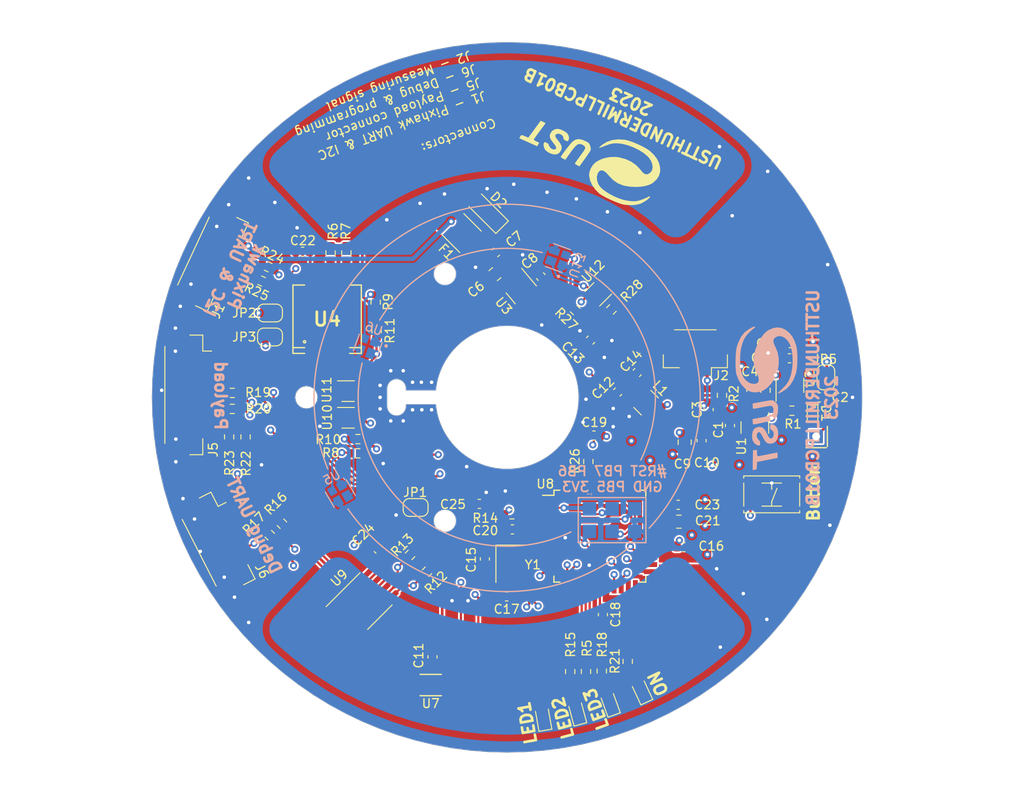
<source format=kicad_pcb>
(kicad_pcb (version 20221018) (generator pcbnew)
  (layers (0 "F.Cu" signal) (1 "In1.Cu" signal) (2 "In2.Cu" signal) (31 "B.Cu" signal) (34 "B.Paste" user) (35 "F.Paste" user) (36 "B.SilkS" user "B.Silkscreen") (37 "F.SilkS" user "F.Silkscreen") (38 "B.Mask" user) (39 "F.Mask" user) (44 "Edge.Cuts" user "Edge.All"))
  (net 0 "")
  (net 1 "GNDA")
  (net 2 "Net-(D1-A1)")
  (net 3 "+5V")
  (net 4 "+3V3")
  (net 5 "Net-(U2--)")
  (net 6 "Net-(D2-K)")
  (net 7 "/CPU/RST#_P")
  (net 8 "Net-(U8-XTAL2)")
  (net 9 "Net-(U8-XTAL1)")
  (net 10 "/CPU/PB6")
  (net 11 "/CPU/PB7")
  (net 12 "/CPU/PB5")
  (net 13 "/CPU/TIMEPULSE")
  (net 14 "Net-(J6-Pad2)")
  (net 15 "Net-(J6-Pad3)")
  (net 16 "Net-(U8-AREF)")
  (net 17 "Net-(R8-Pad2)")
  (net 18 "Net-(R9-Pad2)")
  (net 19 "Net-(JP1-A)")
  (net 20 "/CPU/PC1")
  (net 21 "/CPU/PC0")
  (net 22 "/CPU/RX0")
  (net 23 "/CPU/TX0")
  (net 24 "/CPU/TX1")
  (net 25 "/CPU/RX1")
  (net 26 "/CPU/LED_2")
  (net 27 "/CPU/LED_3")
  (net 28 "/CPU/BTN")
  (net 29 "/CPU/EXTINT")
  (net 30 "/CPU/GEO_STAT")
  (net 31 "Net-(J5-Pad4)")
  (net 32 "Net-(J5-Pad5)")
  (net 33 "/CPU/LED_1")
  (net 34 "Net-(D3-A)")
  (net 35 "STATOR")
  (net 36 "PA1")
  (net 37 "PA0")
  (net 38 "COUNT_2")
  (net 39 "Net-(J1-Pad2)")
  (net 41 "Net-(J1-Pad3)")
  (net 42 "Net-(D4-A)")
  (net 43 "Net-(D5-A)")
  (net 44 "Net-(D6-A)")
  (net 45 "Net-(JP1-B)")
  (net 46 "Net-(U8-(PCINT8{slash}T0{slash}XCK)PB0)")
  (net 48 "Net-(R27-Pad2)")
  (net 59 "SCL_RPM")
  (net 60 "SDA_RPM")
  (net 61 "Net-(J5-Pad6)")
  (net 62 "Net-(J5-Pad7)")
  (net 64 "Net-(R10-Pad2)")
  (net 65 "Net-(R11-Pad2)")
  (net 66 "COUNT_1")
  (net 70 "Net-(R28-Pad2)")
  (net 71 "COUNT_3")
  (net 73 "+3.3VA")
  (net 74 "GND")
  (net 75 "Net-(JP5-B)")
  (footprint "NetTie:NetTie-2_SMD_Pad0.5mm" (layer "F.Cu") (at 159.55 108.15)
    (fp_text reference "JP4" hide)
    (fp_text value "Jumper_2_Bridged" hide)
  )
  (footprint "Mlab_IO:SOT176-1" (layer "F.Cu") (at 122.235 83.7)
    (fp_text reference "U4")
    (fp_text value "PCF8583" hide)
  )
  (footprint "Resistor_SMD:R_0603_1608Metric" (layer "F.Cu") (at 151.384 123.3704 90)
    (fp_text reference "R5")
    (fp_text value "2k2" hide)
  )
  (footprint "Resistor_SMD:R_0603_1608Metric" (layer "F.Cu") (at 151.65 99.725 -90)
    (property "Value" "33R")
    (fp_text reference "R26")
    (fp_text value "33R")
  )
  (footprint "Resistor_SMD:R_0603_1608Metric" (layer "F.Cu") (at 117.145637 106.731637 135)
    (fp_text reference "R16")
    (fp_text value "33R" hide)
  )
  (footprint "Mlab_Pin_Headers:Straight_1x01" (layer "F.Cu") (at 177.3 96.9 180)
    (fp_text reference "J3" hide)
    (fp_text value "HEADER_1x01" hide)
  )
  (footprint "Capacitor_SMD:C_0603_1608Metric" (layer "F.Cu") (at 157.15 89.7 45)
    (fp_text reference "C14")
    (fp_text value "100nF" hide)
  )
  (footprint "Capacitor_SMD:C_0805_2012Metric" (layer "F.Cu") (at 141.134164 78.628096 -140)
    (fp_text reference "C6")
    (fp_text value "10uF" hide)
  )
  (footprint "LED_SMD:LED_0603_1608Metric" (layer "F.Cu") (at 150.368 127.889 105)
    (fp_text reference "D3" hide)
    (fp_text value "YELLOW")
  )
  (footprint "Resistor_SMD:R_0603_1608Metric" (layer "F.Cu") (at 156.083 122.237 90)
    (fp_text reference "R21")
    (fp_text value "2k2" hide)
  )
  (footprint "Resistor_SMD:R_0603_1608Metric" (layer "F.Cu") (at 127.7 81.775 90)
    (fp_text reference "R9")
    (fp_text value "100R" hide)
  )
  (footprint "LED_SMD:LED_0603_1608Metric" (layer "F.Cu") (at 157.607 125.476 115)
    (fp_text reference "D6" hide)
    (fp_text value "RED")
  )
  (footprint "Resistor_SMD:R_0603_1608Metric" (layer "F.Cu") (at 171.6 91.7 -90)
    (fp_text reference "R3")
    (fp_text value "10k" hide)
  )
  (footprint "Resistor_SMD:R_0603_1608Metric" (layer "F.Cu") (at 174.575 94)
    (fp_text reference "R1")
    (fp_text value "10M" hide)
  )
  (footprint "LED_SMD:LED_0603_1608Metric" (layer "F.Cu") (at 146.558 128.524 100)
    (fp_text reference "D4" hide)
    (fp_text value "BLUE")
  )
  (footprint "Resistor_SMD:R_0603_1608Metric" (layer "F.Cu") (at 125.7 98.8 180)
    (fp_text reference "R8")
    (fp_text value "100R" hide)
  )
  (footprint "Resistor_SMD:R_0603_1608Metric" (layer "F.Cu") (at 115.597704 77.79866 155)
    (fp_text reference "R24")
    (fp_text value "33R" hide)
  )
  (footprint "Capacitor_SMD:C_0603_1608Metric" (layer "F.Cu") (at 164.4 97.375 -90)
    (fp_text reference "C10")
    (fp_text value "100nF" hide)
  )
  (footprint "Capacitor_SMD:C_0805_2012Metric" (layer "F.Cu") (at 162.5 97.55 -90)
    (fp_text reference "C9")
    (fp_text value "10uF" hide)
  )
  (footprint "Capacitor_SMD:C_0805_2012Metric" (layer "F.Cu") (at 161.85 106.5)
    (fp_text reference "C21")
    (fp_text value "10uF" hide)
  )
  (footprint "Package_SO:SOIC-8_3.9x4.9mm_P1.27mm" (layer "F.Cu") (at 126.365 115.443 45)
    (fp_text reference "U9")
    (fp_text value "AT24CS64-SSHM" hide)
  )
  (footprint "Resistor_SMD:R_0603_1608Metric" (layer "F.Cu") (at 150.166637 82.666637 135)
    (fp_text reference "R27")
    (fp_text value "100R" hide)
  )
  (footprint "Resistor_SMD:R_0603_1608Metric" (layer "F.Cu") (at 124.4 76.225 -90)
    (fp_text reference "R7")
    (fp_text value "10k" hide)
  )
  (footprint "Connector_JST:JST_GH_SM06B-GHS-TB_1x06-1MP_P1.25mm_Horizontal" (layer "F.Cu") (at 109.5 77.1 -115)
    (fp_text reference "J1")
    (fp_text value "SM06B-GHS-TB" hide)
  )
  (footprint "Capacitor_SMD:C_0603_1608Metric" (layer "F.Cu") (at 152.275 96.8 180)
    (fp_text reference "C19")
    (fp_text value "100nF" hide)
  )
  (footprint "Jumper:SolderJumper-2_P1.3mm_Open_RoundedPad1.0x1.5mm" (layer "F.Cu") (at 115.8 85.7 180)
    (property "Value" "SolderJumper_2_Open")
    (fp_text reference "JP3")
    (fp_text value "SolderJumper_2_Open" hide)
  )
  (footprint "Package_TO_SOT_SMD:SOT-353_SC-70-5" (layer "F.Cu") (at 124.6 94.8)
    (fp_text reference "U10")
    (fp_text value "SN74LVC1G14QDCKRQ1" hide)
  )
  (footprint "Capacitor_SMD:C_0603_1608Metric" (layer "F.Cu") (at 142.45 114.92 180)
    (fp_text reference "C17")
    (fp_text value "15 pF" hide)
  )
  (footprint "Mlab_D:Diode-MiniMELF_Standard" (layer "F.Cu") (at 140.137437 71.537437 135)
    (fp_text reference "D2")
    (fp_text value "ZENER-6.2V" hide)
  )
  (footprint "Capacitor_SMD:C_0603_1608Metric" (layer "F.Cu") (at 140 110.7 -90)
    (fp_text reference "C15")
    (fp_text value "15 pF" hide)
  )
  (footprint "Inductor_SMD:L_1210_3225Metric" (layer "F.Cu") (at 158.15 93.1 -45)
    (fp_text reference "L1")
    (fp_text value "10uH - LQH32CN100K23L" hide)
  )
  (footprint "Jumper:SolderJumper-2_P1.3mm_Open_RoundedPad1.0x1.5mm" (layer "F.Cu") (at 115.8 83 180)
    (property "Value" "SolderJumper_2_Open")
    (fp_text reference "JP2")
    (fp_text value "SolderJumper_2_Open" hide)
  )
  (footprint "Capacitor_SMD:C_0603_1608Metric" (layer "F.Cu") (at 146.3 78.9 130)
    (fp_text reference "C8")
    (fp_text value "1uF" hide)
  )
  (footprint "Resistor_SMD:R_0603_1608Metric" (layer "F.Cu") (at 111.55 92 180)
    (fp_text reference "R19")
    (fp_text value "100R" hide)
  )
  (footprint "Package_TO_SOT_SMD:SOT-23-5" (layer "F.Cu") (at 144.1 80.35 -50)
    (fp_text reference "U3")
    (fp_text value "MIC5504-3.3YM5" hide)
  )
  (footprint "Package_TO_SOT_SMD:SOT-23" (layer "F.Cu") (at 170.4 95.9 -90)
    (fp_text reference "U1")
    (fp_text value "ISL21080DIH312Z-TK  1V25" hide)
  )
  (footprint "Resistor_SMD:R_0603_1608Metric" (layer "F.Cu") (at 125.7 97.2 180)
    (fp_text reference "R10")
    (fp_text value "4k7" hide)
  )
  (footprint "MLAB_LOGA:UST" (layer "F.Cu") (at 151.837824 65.33114 155)
    (fp_text reference "G2" hide)
    (fp_text value "" hide)
  )
  (footprint "Capacitor_SMD:C_0603_1608Metric" (layer "F.Cu") (at 174.3 88.1)
    (fp_text reference "C26")
    (fp_text value "100nF" hide)
  )
  (footprint "Capacitor_SMD:C_0603_1608Metric" (layer "F.Cu") (at 153.289 116.967 -90)
    (fp_text reference "C18")
    (fp_text value "100nF" hide)
  )
  (footprint "Jumper:SolderJumper-2_P1.3mm_Bridged_RoundedPad1.0x1.5mm" (layer "F.Cu") (at 132.2 104.9 180)
    (property "Value" "SolderJumper_2_Bridged")
    (fp_text reference "JP1")
    (fp_text value "SolderJumper_2_Bridged" hide)
  )
  (footprint "Mlab_SW:KMT031 NGJ LHS C&K" (layer "F.Cu") (at 172.3 103.45)
    (fp_text reference "SW1" hide)
    (fp_text value "KMT031 NGJ LHS C&K" hide)
  )
  (footprint "Package_TO_SOT_SMD:SOT-353_SC-70-5" (layer "F.Cu") (at 124.6 91.8)
    (fp_text reference "U11")
    (fp_text value "SN74LVC1G14QDCKRQ1" hide)
  )
  (footprint "Package_QFP:TQFP-44_10x10mm_P0.8mm" (layer "F.Cu") (at 152.9508 108.13)
    (fp_text reference "U8")
    (fp_text value "ATMEGA1284P-AU" hide)
  )
  (footprint "Diode_SMD:D_SOD-523" (layer "F.Cu") (at 176.9 94.6 -90)
    (fp_text reference "D1")
    (fp_text value "UCLAMP3301H.TCT" hide)
  )
  (footprint "Capacitor_SMD:C_0603_1608Metric" (layer "F.Cu") (at 170 91.7 -90)
    (fp_text reference "C4")
    (fp_text value "1nF" hide)
  )
  (footprint "Resistor_SMD:R_0603_1608Metric" (layer "F.Cu") (at 131.572 110.236 -135)
    (fp_text reference "R13")
    (fp_text value "10k" hide)
  )
  (footprint "Resistor_SMD:R_0603_1608Metric" (layer "F.Cu") (at 122.622 76.225 -90)
    (fp_text reference "R6")
    (fp_text value "10k" hide)
  )
  (footprint "Capacitor_SMD:C_0603_1608Metric" (layer "F.Cu") (at 162.4 109.375)
    (fp_text reference "C16")
    (fp_text value "100nF" hide)
  )
  (footprint "Capacitor_SMD:C_0603_1608Metric" (layer "F.Cu") (at 165.2 93.875 90)
    (fp_text reference "C3")
    (fp_text value "100nF" hide)
  )
  (footprint "Connector_JST:JST_GH_SM06B-GHS-TB_1x06-1MP_P1.25mm_Horizontal" (layer "F.Cu") (at 110.109 108.839 -63)
    (fp_text reference "J6")
    (fp_text value "SM06B-GHS-TB" hide)
  )
  (footprint "Resistor_SMD:R_0603_1608Metric" (layer "F.Cu") (at 133.477 112.141 -135)
    (fp_text reference "R12")
    (fp_text value "10k" hide)
  )
  (footprint "Capacitor_SMD:C_0603_1608Metric" (layer "F.Cu") (at 161.775 104.6)
    (fp_text reference "C23")
    (fp_text value "100nF" hide)
  )
  (footprint "Package_TO_SOT_SMD:SOT-23-5" (layer "F.Cu") (at 174.35 91.1375 90)
    (fp_text reference "U2")
    (fp_text value "OPA314" hide)
  )
  (footprint "Resistor_SMD:R_0603_1608Metric" (layer "F.Cu") (at 154.25 82.6 45)
    (fp_text reference "R28")
    (fp_text value "4k7" hide)
  )
  (footprint "Mlab_XTAL:Crystal SMD CFPX-180" (layer "F.Cu") (at 142.8916 111.2414 -90)
    (fp_text reference "Y1")
    (fp_text value "16MHz" hide)
  )
  (footprint "Capacitor_SMD:C_0603_1608Metric" (layer "F.Cu") (at 119.475 76.1 180)
    (fp_text reference "C22")
    (fp_text value "100nF" hide)
  )
  (footprint "Connector_JST:JST_GH_SM03B-GHS-TB_1x03-1MP_P1.25mm_Horizontal" (layer "F.Cu") (at 163.7 87.45 180)
    (fp_text reference "J2")
    (fp_text value "SM03B-GHS-TB" hide)
  )
  (footprint "Resistor_SMD:R_0603_1608Metric" (layer "F.Cu") (at 166.7 92.275 90)
    (fp_text reference "R2")
    (fp_text value "2k2" hide)
  )
  (footprint "Capacitor_SMD:C_0603_1608Metric" (layer "F.Cu") (at 167.6 95.675 -90)
    (fp_text reference "C1")
    (fp_text value "100nF" hide)
  )
  (footprint "Resistor_SMD:R_0603_1608Metric" (layer "F.Cu") (at 113.05 96.95 90)
    (fp_text reference "R22")
    (fp_text value "33R" hide)
  )
  (footprint "Resistor_SMD:R_0603_1608Metric" (layer "F.Cu") (at 111.2 96.95 90)
    (fp_text reference "R23")
    (fp_text value "33R" hide)
  )
  (footprint "Resistor_SMD:R_0603_1608Metric" (layer "F.Cu") (at 127.8 85 -90)
    (fp_text reference "R11")
    (fp_text value "4k7" hide)
  )
  (footprint "Resistor_SMD:R_0603_1608Metric" (layer "F.Cu") (at 153.162 123.317 90)
    (fp_text reference "R18")
    (fp_text value "2k2" hide)
  )
  (footprint "Capacitor_SMD:C_0603_1608Metric" (layer "F.Cu") (at 174.4 86.4 180)
    (fp_text reference "C5")
    (fp_text value "100nF" hide)
  )
  (footprint "Capacitor_SMD:C_0603_1608Metric" (layer "F.Cu") (at 143.1 107.37 180)
    (fp_text reference "C20")
    (fp_text value "100nF" hide)
  )
  (footprint "Capacitor_SMD:C_0603_1608Metric" (layer "F.Cu") (at 139.375 104.5)
    (property "Value" "4u7")
    (fp_text reference "C25")
    (fp_text value "4u7")
  )
  (footprint "Resistor_SMD:R_0603_1608Metric" (layer "F.Cu") (at 114.852296 79.40134 155)
    (fp_text reference "R25")
    (fp_text value "33R" hide)
  )
  (footprint "Capacitor_SMD:C_0603_1608Metric" (layer "F.Cu") (at 134.1 121.725 90)
    (fp_text reference "C11")
    (fp_text value "100nF" hide)
  )
  (footprint "Capacitor_SMD:C_0603_1608Metric" (layer "F.Cu") (at 177.65 92.5 180)
    (fp_text reference "C2")
    (fp_text value "100nF" hide)
  )
  (footprint "Capacitor_SMD:C_0603_1608Metric" (layer "F.Cu") (at 151.898008 86.051992 45)
    (fp_text reference "C13")
    (fp_text value "100nF" hide)
  )
  (footprint "Resistor_SMD:R_0603_1608Metric" (layer "F.Cu") (at 115.772363 108.025363 135)
    (fp_text reference "R17")
    (fp_text value "33R" hide)
  )
  (footprint "Resistor_SMD:R_0603_1608Metric" (layer "F.Cu") (at 111.55 93.8 180)
    (fp_text reference "R20")
    (fp_text value "100R" hide)
  )
  (footprint "Jumper:SolderJumper-2_P1.3mm_Bridged_RoundedPad1.0x1.5mm" (layer "F.Cu") (at 178.4 90.25 -90)
    (fp_text reference "JP5")
    (fp_text value "SolderJumper_2_Bridged" hide)
  )
  (footprint "Resistor_SMD:R_0603_1608Metric" (layer "F.Cu") (at 143.04 105.67 180)
    (fp_text reference "R14")
    (fp_text value "10k" hide)
  )
  (footprint "Capacitor_SMD:C_0603_1608Metric" (layer "F.Cu") (at 128 109.6 135)
    (fp_text reference "C24")
    (fp_text value "100nF" hide)
  )
  (footprint "Fuse:Fuse_1812_4532Metric" (layer "F.Cu") (at 137.4 74 -45)
    (fp_text reference "F1")
    (fp_text value "350mA" hide)
  )
  (footprint "Resistor_SMD:R_0603_1608Metric" (layer "F.Cu") (at 149.606 123.38 90)
    (fp_text reference "R15")
    (fp_text value "2k2" hide)
  )
  (footprint "Package_TO_SOT_SMD:SOT-353_SC-70-5" (layer "F.Cu") (at 152.6 80.9 -135)
    (fp_text reference "U12")
    (fp_text value "SN74LVC1G14QDCKRQ1" hide)
  )
  (footprint "Capacitor_SMD:C_0603_1608Metric" (layer "F.Cu") (at 141.225828 76.185726 40)
    (fp_text reference "C7")
    (fp_text value "1uF" hide)
  )
  (footprint "Mlab_IO:DFN-8-1EP_2.4x2.4mm_Pitch0.5mm" (layer "F.Cu") (at 133.9 124.9 180)
    (fp_text reference "U7")
    (fp_text value "SHT31" hide)
  )
  (footprint "Capacitor_SMD:C_0603_1608Metric" (layer "F.Cu") (at 154.95 91.9 -135)
    (fp_text reference "C12")
    (fp_text value "100nF" hide)
  )
  (footprint "Connector_JST:JST_GH_SM08B-GHS-TB_1x08-1MP_P1.25mm_Horizontal" (layer "F.Cu") (at 106.518484 92.223129 -90)
    (fp_text reference "J5")
    (fp_text value "SM08B-GHS-TB" hide)
  )
  (footprint "LED_SMD:LED_0603_1608Metric" (layer "F.Cu") (at 154.051 126.873 110)
    (fp_text reference "D5" hide)
    (fp_text value "GREEN")
  )
  (footprint "Mlab_IO:XDCR_VCNT2020" (layer "B.Cu") (at 126.813133 86.781464 160)
    (fp_text reference "U6")
    (fp_text value "VCNT2020" hide)
  )
  (footprint "Mlab_IO:XDCR_VCNT2020" (layer "B.Cu") (at 148.218536 76.813133 70)
    (fp_text reference "U13")
    (fp_text value "VCNT2020" hide)
  )
  (footprint "Mlab_IO:XDCR_VCNT2020" (layer "B.Cu") (at 123.713249 103.3432 -150)
    (fp_text reference "U5")
    (fp_text value "VCNT2020")
  )
  (footprint "MLAB_LOGA:UST" (layer "B.Cu") (at 171.7 92.6 -90)
    (fp_text reference "G1" hide)
    (fp_text value "" hide)
  )
  (footprint "Mlab_Pin_Headers:SMD_2x03" (layer "B.Cu") (at 154.3224 106.3258 -90)
    (fp_text reference "J4" hide)
    (fp_text value "HEADER_2x03" hide)
  )
  (gr_arc (start 122.300001 100.55) (mid 146.445671 71.116031) (end 158.496943 107.228893) (stroke (width 0.15)) (layer "B.SilkS"))
  (gr_arc (start 156.35 109.3) (mid 139.530898 114.181216) (end 124.576848 105.066128) (stroke (width 0.15)) (layer "B.SilkS"))
  (gr_arc (start 149.7 107.649999) (mid 131.954149 105.54406) (end 126.177981 88.632937) (stroke (width 0.15)) (layer "B.SilkS"))
  (gr_arc (start 128.15 83.8) (mid 136.062499 77.002546) (end 146.462401 76.193195) (stroke (width 0.15)) (layer "B.SilkS"))
  (gr_arc (start 151.2 78.150001) (mid 158.513873 87.622569) (end 157.557713 99.551862) (stroke (width 0.15)) (layer "B.SilkS"))
  (gr_poly (pts (xy 135.113731 79.788803) (xy 134.76527 79.611303) (xy 134.488731 79.334703) (xy 134.31118 78.986303) (xy 134.25 78.6) (xy 134.31118 78.213699) (xy 134.488731 77.865299) (xy 134.76527 77.588699) (xy 135.113731 77.411201) (xy 135.5 77.35) (xy 135.886268 77.411201) (xy 136.234729 77.588699) (xy 136.511268 77.865299) (xy 136.688819 78.213699) (xy 136.75 78.6) (xy 136.688819 78.986301) (xy 136.511268 79.334701) (xy 136.234729 79.611301) (xy 135.886268 79.788799) (xy 135.5 79.85) (xy 135.113731 79.788803)) (stroke (width 0.05)) (fill none) (layer "Edge.Cuts"))
  (gr_poly (pts (xy 135.113731 107.588798) (xy 134.76527 107.4113) (xy 134.488731 107.1347) (xy 134.31118 106.7863) (xy 134.25 106.400001) (xy 134.31118 106.013702) (xy 134.488731 105.665298) (xy 134.76527 105.388698) (xy 135.113731 105.2112) (xy 135.5 105.150001) (xy 135.886268 105.2112) (xy 136.234729 105.388698) (xy 136.511268 105.665298) (xy 136.688819 106.013698) (xy 136.75 106.400001) (xy 136.688819 106.7863) (xy 136.511268 107.1347) (xy 136.234729 107.4113) (xy 135.886268 107.588798) (xy 135.5 107.650001) (xy 135.113731 107.588798)) (stroke (width 0.05)) (fill none) (layer "Edge.Cuts"))
  (gr_poly (pts (xy 119.5137 93.688819) (xy 119.1653 93.511268) (xy 118.8887 93.234729) (xy 118.7112 92.886272) (xy 118.649999 92.5) (xy 118.7112 92.113727) (xy 118.8887 91.76527) (xy 119.1653 91.488731) (xy 119.5137 91.31118) (xy 119.899999 91.25) (xy 120.286298 91.31118) (xy 120.634698 91.488731) (xy 120.911298 91.76527) (xy 121.088798 92.113727) (xy 121.149999 92.5) (xy 121.0888 92.886272) (xy 120.9113 93.234729) (xy 120.6347 93.511268) (xy 120.2863 93.688819) (xy 119.899999 93.75) (xy 119.5137 93.688819)) (stroke (width 0.05)) (fill none) (layer "Edge.Cuts"))
  (gr_poly (pts (xy 144.593441 132.445205) (xy 146.68114 132.280899) (xy 148.757377 132.007507) (xy 150.816467 131.6259) (xy 152.852798 131.137008) (xy 154.860698 130.542304) (xy 156.834701 129.8432) (xy 158.7695 129.041809) (xy 160.659599 128.140304) (xy 162.5 127.141006) (xy 164.285598 126.046806) (xy 166.011398 124.860702) (xy 167.672798 123.585807) (xy 169.265197 122.225807) (xy 170.784301 120.784309) (xy 172.225799 119.265205) (xy 173.5858 117.672805) (xy 174.860702 116.011405) (xy 176.046798 114.285606) (xy 177.140998 112.500007) (xy 178.140296 110.659606) (xy 179.041793 108.769508) (xy 179.8432 106.834709) (xy 180.542297 104.860706) (xy 181.136993 102.852806) (xy 181.6259 100.816474) (xy 182.007492 98.757385) (xy 182.280899 96.681148) (xy 182.44519 94.593448) (xy 182.5 92.5) (xy 182.445205 90.406558) (xy 182.280899 88.318859) (xy 182.007499 86.242618) (xy 181.6259 84.183528) (xy 181.137001 82.147201) (xy 180.542297 80.139301) (xy 179.8432 78.1653) (xy 179.041801 76.230499) (xy 178.140304 74.3404) (xy 177.140998 72.5) (xy 176.046798 70.714399) (xy 174.860702 68.988599) (xy 173.5858 67.327199) (xy 172.225799 65.7348) (xy 170.784301 64.2157) (xy 169.265197 62.7742) (xy 167.672798 61.414199) (xy 166.011398 60.139299) (xy 164.285598 58.953199) (xy 162.5 57.859001) (xy 160.659599 56.859703) (xy 158.7695 55.958202) (xy 156.834701 55.156803) (xy 154.860698 54.457702) (xy 152.852798 53.863002) (xy 150.816467 53.374103) (xy 148.757377 52.992504) (xy 146.68114 52.719104) (xy 144.593441 52.554805) (xy 142.5 52.5) (xy 140.406558 52.554798) (xy 138.318859 52.719097) (xy 136.242618 52.992496) (xy 134.183528 53.374095) (xy 132.147201 53.862995) (xy 130.139299 54.457695) (xy 128.165298 55.156795) (xy 126.230499 55.958194) (xy 124.340398 56.859695) (xy 122.499998 57.858993) (xy 120.714397 58.953193) (xy 118.988597 60.139293) (xy 117.327198 61.414194) (xy 115.734798 62.774194) (xy 114.215698 64.215694) (xy 112.774198 65.734794) (xy 111.414197 67.327194) (xy 110.139297 68.988594) (xy 108.953197 70.714393) (xy 107.858997 72.499994) (xy 106.859695 74.340393) (xy 105.958194 76.230493) (xy 105.156795 78.165294) (xy 104.457695 80.139293) (xy 103.862995 82.147193) (xy 103.374095 84.183525) (xy 102.992496 86.242614) (xy 102.719097 88.318855) (xy 102.554798 90.406555) (xy 102.5 92.5) (xy 102.554798 94.593441) (xy 102.719097 96.68114) (xy 102.992496 98.757377) (xy 103.374095 100.816467) (xy 103.862995 102.852798) (xy 104.457695 104.860698) (xy 105.156795 106.834701) (xy 105.958194 108.7695) (xy 106.859695 110.659599) (xy 107.858993 112.5) (xy 108.953193 114.285598) (xy 110.139293 116.011398) (xy 111.414194 117.672798) (xy 112.774194 119.265197) (xy 114.215694 120.784301) (xy 115.734794 122.225799) (xy 117.327194 123.5858) (xy 118.988594 124.860702) (xy 120.714393 126.046798) (xy 122.499994 127.140998) (xy 124.340393 128.140296) (xy 126.230493 129.041793) (xy 128.165294 129.8432) (xy 130.139293 130.542297) (xy 132.147193 131.136993) (xy 134.183525 131.6259) (xy 136.242614 132.007492) (xy 138.318855 132.280899) (xy 140.406555 132.44519) (xy 142.5 132.5) (xy 144.593441 132.445205)) (stroke (width 0.05)) (fill none) (layer "Edge.Cuts"))
  (gr_poly (pts (xy 142.078697 100.53897) (xy 141.658546 100.505901) (xy 141.240699 100.450889) (xy 140.826309 100.374092) (xy 140.416511 100.275699) (xy 140.012409 100.155998) (xy 139.615139 100.015319) (xy 139.225769 99.854042) (xy 138.845378 99.672599) (xy 138.474998 99.4715) (xy 138.115661 99.2513) (xy 137.768329 99.012588) (xy 137.433971 98.756019) (xy 137.113498 98.482318) (xy 136.807788 98.192211) (xy 136.517681 97.886501) (xy 136.24398 97.566028) (xy 135.987411 97.23167) (xy 135.748699 96.884338) (xy 135.528499 96.525001) (xy 135.3274 96.154621) (xy 135.145957 95.77423) (xy 134.98468 95.38486) (xy 134.844001 94.98759) (xy 134.7243 94.583488) (xy 134.625907 94.17369) (xy 134.54911 93.7593) (xy 134.494098 93.341453) (xy 134.488868 93.275001) (xy 131.1 93.275001) (xy 131.1 93.5) (xy 131.048599 93.82447) (xy 130.899499 94.117168) (xy 130.6672 94.349472) (xy 130.3745 94.498611) (xy 130.049999 94.549999) (xy 129.7255 94.498611) (xy 129.4328 94.349472) (xy 129.2005 94.117168) (xy 129.051399 93.82447) (xy 129 93.5) (xy 129 91.5) (xy 129.051399 91.175529) (xy 129.2005 90.882831) (xy 129.4328 90.650531) (xy 129.7255 90.501388) (xy 130.049999 90.45) (xy 130.3745 90.501388) (xy 130.6672 90.650531) (xy 130.899499 90.882831) (xy 131.048599 91.175529) (xy 131.1 91.5) (xy 131.1 91.724998) (xy 134.488868 91.724998) (xy 134.494098 91.658546) (xy 134.54911 91.240699) (xy 134.625907 90.826309) (xy 134.7243 90.416511) (xy 134.844001 90.012409) (xy 134.98468 89.615139) (xy 135.145957 89.225769) (xy 135.3274 88.845378) (xy 135.528499 88.474998) (xy 135.748699 88.115661) (xy 135.987411 87.768329) (xy 136.24398 87.433971) (xy 136.517681 87.113498) (xy 136.807788 86.807788) (xy 137.113498 86.517681) (xy 137.433971 86.24398) (xy 137.768329 85.987411) (xy 138.115661 85.748699) (xy 138.474998 85.528499) (xy 138.845378 85.3274) (xy 139.225769 85.145957) (xy 139.615139 84.98468) (xy 140.012409 84.844001) (xy 140.416511 84.7243) (xy 140.826309 84.625907) (xy 141.240699 84.54911) (xy 141.658546 84.494098) (xy 142.078697 84.461029) (xy 142.5 84.45) (xy 142.921302 84.461029) (xy 143.341453 84.494098) (xy 143.7593 84.54911) (xy 144.17369 84.625907) (xy 144.583488 84.7243) (xy 144.98759 84.844001) (xy 145.38486 84.98468) (xy 145.77423 85.145957) (xy 146.154621 85.3274) (xy 146.525001 85.528499) (xy 146.884338 85.748699) (xy 147.23167 85.987411) (xy 147.566032 86.24398) (xy 147.886501 86.517681) (xy 148.192211 86.807788) (xy 148.482318 87.113498) (xy 148.756019 87.433971) (xy 149.012588 87.768329) (xy 149.2513 88.115661) (xy 149.4715 88.474998) (xy 149.672599 88.845378) (xy 149.854042 89.225769) (xy 150.015319 89.615139) (xy 150.155998 90.012409) (xy 150.275699 90.416511) (xy 150.374092 90.826309) (xy 150.450889 91.240699) (xy 150.505901 91.658546) (xy 150.53897 92.078697) (xy 150.549999 92.5) (xy 150.53897 92.921302) (xy 150.505901 93.341453) (xy 150.450889 93.7593) (xy 150.374092 94.17369) (xy 150.275699 94.583488) (xy 150.155998 94.98759) (xy 150.015319 95.38486) (xy 149.854042 95.77423) (xy 149.672599 96.154621) (xy 149.4715 96.525001) (xy 149.2513 96.884338) (xy 149.012588 97.23167) (xy 148.756019 97.566028) (xy 148.482318 97.886501) (xy 148.192211 98.192211) (xy 147.886501 98.482318) (xy 147.566028 98.756019) (xy 147.23167 99.012588) (xy 146.884338 99.2513) (xy 146.525001 99.4715) (xy 146.154621 99.672599) (xy 145.77423 99.854042) (xy 145.38486 100.015319) (xy 144.98759 100.155998) (xy 144.583488 100.275699) (xy 144.17369 100.374092) (xy 143.7593 100.450889) (xy 143.341453 100.505901) (xy 142.921302 100.53897) (xy 142.5 100.549999) (xy 142.078697 100.53897)) (stroke (width 0.05)) (fill none) (layer "Edge.Cuts"))
  (gr_text "#RST PB7 PB6\nGND PB5 3V3" (at 154.35 101.7) (layer "B.SilkS") (effects (font (size 1.1 1.1) (thickness 0.2)) (justify mirror)))
  (gr_text "Pixhawk\nI2C & UART" (at 112.2 78.45 245) (layer "B.SilkS") (effects (font (size 1.3 1.3) (thickness 0.3)) (justify mirror)))
  (gr_text "USTTHUNDERMILLPCB01B\n2023" (at 178 92.55 90) (layer "B.SilkS") (effects (font (size 1.3 1.3) (thickness 0.3)) (justify mirror)))
  (gr_text "Debug UART" (at 114 106.95 296) (layer "B.SilkS") (effects (font (size 1.3 1.3) (thickness 0.3)) (justify mirror)))
  (gr_text "Payload" (at 110.25 92.3 270) (layer "B.SilkS") (effects (font (size 1.3 1.3) (thickness 0.3)) (justify mirror)))
  (gr_text "LED3" (at 152.55 127.6 110) (layer "F.SilkS") (effects (font (size 1.3 1.3) (thickness 0.3))))
  (gr_text "ON" (at 159.512 124.714 115) (layer "F.SilkS") (effects (font (size 1.3 1.3) (thickness 0.3))))
  (gr_text "Connectors:\n\nJ1 - Pixhawk UART & I2C\nJ5 - Payload connector\nJ6 - Debug & programming\nJ2 - Measuring signal" (at 139.9 57.65 200) (layer "F.SilkS") (effects (font (size 1 1)) (justify left)))
  (gr_text "LED1" (at 144.8 129.15 100) (layer "F.SilkS") (effects (font (size 1.3 1.3) (thickness 0.3))))
  (gr_text "LED2" (at 148.8 128.6 105) (layer "F.SilkS") (effects (font (size 1.3 1.3) (thickness 0.3))))
  (gr_text "USTTHUNDERMILLPCB01B\n2023" (at 156 60.1 155) (layer "F.SilkS") (effects (font (size 1.3 1.3) (thickness 0.3))))
  (gr_text "Button\n" (at 177 103.25 90) (layer "F.SilkS") (effects (font (size 1.3 1.3) (thickness 0.3))))
  (via (at 161.15 98.9) (size 0.8) (drill 0.4) (layers "F.Cu" "B.Cu") (net 1))
  (via (at 173.4 97.3) (size 0.8) (drill 0.4) (layers "F.Cu" "B.Cu") (net 1))
  (via (at 176.9 99.15) (size 0.8) (drill 0.4) (layers "F.Cu" "B.Cu") (net 1))
  (via (at 168.65 100.1) (size 0.8) (drill 0.4) (layers "F.Cu" "B.Cu") (net 1))
  (via (at 176.95 86.2) (size 0.8) (drill 0.4) (layers "F.Cu" "B.Cu") (net 1))
  (via (at 176.5 89.85) (size 0.8) (drill 0.4) (layers "F.Cu" "B.Cu") (net 1))
  (via (at 163.3 108) (size 0.8) (drill 0.4) (layers "F.Cu" "B.Cu") (net 1))
  (via (at 164.8 106.95) (size 0.8) (drill 0.4) (layers "F.Cu" "B.Cu") (net 1))
  (via (at 165.05 110.2) (size 0.8) (drill 0.4) (layers "F.Cu" "B.Cu") (net 1))
  (via (at 164.8 104) (size 0.8) (drill 0.4) (layers "F.Cu" "B.Cu") (net 1))
  (via (at 156.5 97.4) (size 0.8) (drill 0.4) (layers "F.Cu" "B.Cu") (net 1))
  (via (at 171.9 87.5) (size 0.8) (drill 0.4) (layers "F.Cu" "B.Cu") (net 1))
  (via (at 167.8 93.65) (size 0.8) (drill 0.4) (layers "F.Cu" "B.Cu") (net 1))
  (via (at 158.6 99.6) (size 0.8) (drill 0.4) (layers "F.Cu" "B.Cu") (net 1))
  (via (at 168.9 89) (size 0.8) (drill 0.4) (layers "F.Cu" "B.Cu") (net 1))
  (segment (start 176.95 92.5) (end 175.525 92.5) (width 0.3) (layer "F.Cu") (net 2))
  (segment (start 176.9 93.9) (end 175.2 93.9) (width 0.3) (layer "F.Cu") (net 2))
  (segment (start 176.95 93.85) (end 176.9 93.9) (width 0.3) (layer "F.Cu") (net 2))
  (segment (start 175.525 92.5) (end 175.3 92.275) (width 0.3) (layer "F.Cu") (net 2))
  (segment (start 176.95 92.5) (end 176.95 93.85) (width 0.3) (layer "F.Cu") (net 2))
  (segment (start 112.137522 104.281377) (end 110.338642 105.214722) (width 0.5) (layer "F.Cu") (net 3))
  (segment (start 112.141 101.1) (end 112.141 103.378) (width 0.5) (layer "F.Cu") (net 3))
  (segment (start 112.141 103.378) (end 112.137522 104.281377) (width 0.5) (layer "F.Cu") (net 3))
  (via (at 136.2 72.7) (size 0.8) (drill 0.4) (layers "F.Cu" "B.Cu") (net 3))
  (via (at 112.141 101.1) (size 0.8) (drill 0.4) (layers "F.Cu" "B.Cu") (net 3))
  (via (at 113.35 75.45) (size 0.8) (drill 0.4) (layers "F.Cu" "B.Cu") (net 3))
  (segment (start 113.35 75.45) (end 114.8 76.9) (width 0.5) (layer "B.Cu") (net 3))
  (segment (start 136 72.802082) (end 136.097918 72.802082) (width 0.5) (layer "B.Cu") (net 3))
  (segment (start 114.8 76.9) (end 131.902082 76.9) (width 0.5) (layer "B.Cu") (net 3))
  (segment (start 136.097918 72.802082) (end 136.2 72.7) (width 0.5) (layer "B.Cu") (net 3))
  (segment (start 131.902082 76.9) (end 136 72.802082) (width 0.5) (layer "B.Cu") (net 3))
  (segment (start 121.05 75.3) (end 122.522 75.3) (width 0.3) (layer "F.Cu") (net 4))
  (segment (start 127.8 82.7) (end 127.7 82.6) (width 0.3) (layer "F.Cu") (net 4))
  (segment (start 142.215 105.67) (end 141.98 105.67) (width 0.3) (layer "F.Cu") (net 4))
  (segment (start 120.33 76.18) (end 120.33 79.3) (width 0.3) (layer "F.Cu") (net 4))
  (segment (start 156.083 118.11) (end 156.083 121.412) (width 0.25) (layer "F.Cu") (net 4))
  (segment (start 153.289 116.192) (end 154.165 116.192) (width 0.25) (layer "F.Cu") (net 4))
  (segment (start 153.15 88.9) (end 153.1 88.85) (width 0.5) (layer "F.Cu") (net 4))
  (segment (start 153.15 90.3) (end 153.15 88.9) (width 0.5) (layer "F.Cu") (net 4))
  (segment (start 149.301459 85.05) (end 145.558913 81.307454) (width 0.5) (layer "F.Cu") (net 4))
  (segment (start 142.7175 105.1675) (end 142.215 105.67) (width 0.5) (layer "F.Cu") (net 4))
  (segment (start 152.9508 113.83) (end 152.9508 115.8538) (width 0.25) (layer "F.Cu") (net 4))
  (segment (start 152.514645 82.031371) (end 153.666637 83.183363) (width 0.25) (layer "F.Cu") (net 4))
  (segment (start 151.25 108.95) (end 149.8 107.5) (width 0.2) (layer "F.Cu") (net 4))
  (segment (start 126.5 97.225) (end 126.525 97.2) (width 0.3) (layer "F.Cu") (net 4))
  (segment (start 129.475 84.175) (end 130.05 83.6) (width 0.5) (layer "F.Cu") (net 4))
  (segment (start 130.05 83.6) (end 145.05 83.6) (width 0.5) (layer "F.Cu") (net 4))
  (segment (start 125.8 75.7) (end 125.5 75.4) (width 0.3) (layer "F.Cu") (net 4))
  (segment (start 125.5 75.4) (end 124.4 75.4) (width 0.3) (layer "F.Cu") (net 4))
  (segment (start 147.4208 107.5) (end 147.2508 107.33) (width 0.2) (layer "F.Cu") (net 4))
  (segment (start 127.8 98.3) (end 127.5 98) (width 0.3) (layer "F.Cu") (net 4))
  (segment (start 126.05 91.15) (end 125.55 91.15) (width 0.3) (layer "F.Cu") (net 4))
  (segment (start 152.9508 115.8538) (end 153.289 116.192) (width 0.25) (layer "F.Cu") (net 4))
  (segment (start 127.8 84.175) (end 127.8 82.7) (width 0.3) (layer "F.Cu") (net 4))
  (segment (start 129.863923 109.25) (end 126.768051 112.345872) (width 0.3) (layer "F.Cu") (net 4))
  (segment (start 155.7 90.45) (end 153.15 90.45) (width 0.5) (layer "F.Cu") (net 4))
  (segment (start 126.2 76.1) (end 125.8 75.7) (width 0.3) (layer "F.Cu") (net 4))
  (segment (start 143.915 107.33) (end 147.2508 107.33) (width 0.25) (layer "F.Cu") (net 4))
  (segment (start 153.15 90.3) (end 153.15 96.35) (width 0.5) (layer "F.Cu") (net 4))
  (segment (start 152.9508 110.6508) (end 152.9508 113.83) (width 0.2) (layer "F.Cu") (net 4))
  (segment (start 145.05 83.6) (end 146.4 82.25) (width 0.5) (layer "F.Cu") (net 4))
  (segment (start 135.192363 111.557637) (end 134.060363 111.557637) (width 0.3) (layer "F.Cu") (net 4))
  (segment (start 131.752726 109.25) (end 129.863923 109.25) (width 0.3) (layer "F.Cu") (net 4))
  (segment (start 141.98 105.67) (end 136.652 110.998) (width 0.3) (layer "F.Cu") (net 4))
  (segment (start 124.8 91.9) (end 125.55 91.15) (width 0.3) (layer "F.Cu") (net 4))
  (segment (start 142.215 105.67) (end 143.875 107.33) (width 0.25) (layer "F.Cu") (net 4))
  (segment (start 124.8 93.4) (end 124.8 91.9) (width 0.3) (layer "F.Cu") (net 4))
  (segment (start 136.652 110.998) (end 136.092363 111.557637) (width 0.3) (layer "F.Cu") (net 4))
  (segment (start 127.1245 95.397131) (end 126.797131 95.397131) (width 0.3) (layer "F.Cu") (net 4))
  (segment (start 153.05 100.75) (end 153.7508 101.4508) (width 0.5) (layer "F.Cu") (net 4))
  (segment (start 153.097918 88.85) (end 149.348541 85.100623) (width 0.5) (layer "F.Cu") (net 4))
  (segment (start 126.2 81.1) (end 126.2 76.1) (width 0.3) (layer "F.Cu") (net 4))
  (segment (start 126.797131 95.397131) (end 125.55 94.15) (width 0.3) (layer "F.Cu") (net 4))
  (segment (start 149.8 107.5) (end 147.4208 107.5) (width 0.2) (layer "F.Cu") (net 4))
  (segment (start 132.155363 109.652637) (end 134.060363 111.557637) (width 0.3) (layer "F.Cu") (net 4))
  (segment (start 154.165 116.192) (end 156.083 118.11) (width 0.25) (layer "F.Cu") (net 4))
  (segment (start 157.160051 91.910051) (end 155.7 90.45) (width 0.5) (layer "F.Cu") (net 4))
  (segment (start 122.522 75.3) (end 122.622 75.4) (width 0.3) (layer "F.Cu") (net 4))
  (segment (start 155.498008 91.501992) (end 156.601992 90.398008) (width 0.5) (layer "F.Cu") (net 4))
  (segment (start 153.7508 101.4508) (end 153.7508 102.43) (width 0.5) (layer "F.Cu") (net 4))
  (segment (start 149.348541 85.100623) (end 149.348541 85.098541) (width 0.5) (layer "F.Cu") (net 4))
  (segment (start 127.5 98) (end 126.5 98) (width 0.3) (layer "F.Cu") (net 4))
  (segment (start 122.622 75.4) (end 124.4 75.4) (width 0.3) (layer "F.Cu") (net 4))
  (segment (start 129.1 88.1) (end 126.05 91.15) (width 0.3) (layer "F.Cu") (net 4))
  (segment (start 145.558913 80.610727) (end 146.79816 79.493684) (width 0.5) (layer "F.Cu") (net 4))
  (segment (start 120.25 76.1) (end 121.05 75.3) (width 0.3) (layer "F.Cu") (net 4))
  (segment (start 135.192363 111.557637) (end 135.192363 121.657637) (width 0.3) (layer "F.Cu") (net 4))
  (segment (start 136.092363 111.557637) (end 135.192363 111.557637) (width 0.3) (layer "F.Cu") (net 4))
  (segment (start 126.5 98.775) (end 126.525 98.8) (width 0.3) (layer "F.Cu") (net 4))
  (segment (start 145.558913 81.307454) (end 145.558913 80.610727) (width 0.5) (layer "F.Cu") (net 4))
  (segment (start 126.5 98) (end 126.5 97.225) (width 0.3) (layer "F.Cu") (net 4))
  (segment (start 151.25 108.95) (end 152.9508 110.6508) (width 0.2) (layer "F.Cu") (net 4))
  (segment (start 153.05 96.8) (end 153.05 100.75) (width 0.5) (layer "F.Cu") (net 4))
  (segment (start 152.387868 82.031371) (end 152.514645 82.031371) (width 0.25) (layer "F.Cu") (net 4))
  (segment (start 135.192363 121.657637) (end 132.7 124.15) (width 0.3) (layer "F.Cu") (net 4))
  (segment (start 132.155363 109.652637) (end 131.752726 109.25) (width 0.3) (layer "F.Cu") (net 4))
  (segment (start 153.15 96.35) (end 153.7 96.9) (width 0.5) (layer "F.Cu") (net 4))
  (segment (start 129.1 84.375) (end 129.1 88.1) (width 0.3) (layer "F.Cu") (net 4))
  (segment (start 153.1 88.85) (end 153.097918 88.85) (width 0.5) (layer "F.Cu") (net 4))
  (segment (start 126.5 98) (end 126.5 98.775) (width 0.3) (layer "F.Cu") (net 4))
  (segment (start 152.368629 82.031371) (end 149.301459 85.098541) (width 0.25) (layer "F.Cu") (net 4))
  (segment (start 125.55 94.15) (end 124.8 93.4) (width 0.3) (layer "F.Cu") (net 4))
  (segment (start 127.8 84.175) (end 129.475 84.175) (width 0.5) (layer "F.Cu") (net 4))
  (segment (start 127.7 82.6) (end 126.2 81.1) (width 0.3) (layer "F.Cu") (net 4))
  (segment (start 153.15 90.45) (end 153.15 90.3) (width 0.5) (layer "F.Cu") (net 4))
  (via (at 151.25 108.95) (size 0.8) (drill 0.4) (layers "F.Cu" "B.Cu") (net 4))
  (via (at 127.1245 95.397131) (size 0.8) (drill 0.4) (layers "F.Cu" "B.Cu") (net 4))
  (via (at 127.8 98.3) (size 0.8) (drill 0.4) (layers "F.Cu" "B.Cu") (net 4))
  (via (at 153.7 96.9) (size 0.8) (drill 0.4) (layers "F.Cu" "B.Cu") (net 4))
  (via (at 142.7175 105.1675) (size 0.8) (drill 0.4) (layers "F.Cu" "B.Cu") (net 4))
  (segment (start 151.25 108.95) (end 151.25 108.1282) (width 0.5) (layer "B.Cu") (net 4))
  (segment (start 152.0738 107.3044) (end 151.7824 107.5958) (width 0.2) (layer "B.Cu") (net 4))
  (segment (start 151.25 108.1282) (end 152.0738 107.3044) (width 0.5) (layer "B.Cu") (net 4))
  (segment (start 170.3 91.05) (end 170.25 91.1) (width 0.3) (layer "F.Cu") (net 5))
  (segment (start 166.7 91.45) (end 167.15 91) (width 0.3) (layer "F.Cu") (net 5))
  (segment (start 175.3 90) (end 174.8 90) (width 0.3) (layer "F.Cu") (net 5))
  (segment (start 167.15 91) (end 169.925 91) (width 0.3) (layer "F.Cu") (net 5))
  (segment (start 174.8 90) (end 173.75 91.05) (width 0.3) (layer "F.Cu") (net 5))
  (segment (start 173.75 91.05) (end 170.3 91.05) (width 0.3) (layer "F.Cu") (net 5))
  (segment (start 140.632144 76.683886) (end 139.459699 75.511441) (width 0.5) (layer "F.Cu") (net 6))
  (segment (start 138.911441 75.238307) (end 141.374874 72.774874) (width 0.5) (layer "F.Cu") (net 6))
  (segment (start 141.861906 77.913648) (end 140.632144 76.683886) (width 0.5) (layer "F.Cu") (net 6))
  (segment (start 142.641087 80.04018) (end 141.861906 79.260999) (width 0.5) (layer "F.Cu") (net 6))
  (segment (start 141.861906 78.017448) (end 141.861906 77.913648) (width 0.5) (layer "F.Cu") (net 6))
  (segment (start 141.861906 79.260999) (end 141.861906 78.017448) (width 0.5) (layer "F.Cu") (net 6))
  (segment (start 143.317448 78.017448) (end 144.096571 78.796571) (width 0.5) (layer "F.Cu") (net 6))
  (segment (start 141.861906 78.017448) (end 143.317448 78.017448) (width 0.5) (layer "F.Cu") (net 6))
  (segment (start 155.782596 106.217404) (end 154.257596 106.217404) (width 0.2) (layer "F.Cu") (net 7))
  (segment (start 140.4 104.25) (end 140.15 104.5) (width 0.2) (layer "F.Cu") (net 7))
  (segment (start 147.2508 106.53) (end 144.725 106.53) (width 0.2) (layer "F.Cu") (net 7))
  (segment (start 144.725 106.53) (end 143.865 105.67) (width 0.2) (layer "F.Cu") (net 7))
  (segment (start 154.257596 106.217404) (end 153.875 106.6) (width 0.2) (layer "F.Cu") (net 7))
  (segment (start 143.865 105.67) (end 143.865 104.765) (width 0.2) (layer "F.Cu") (net 7))
  (segment (start 143.35 104.25) (end 140.4 104.25) (width 0.2) (layer "F.Cu") (net 7))
  (segment (start 147.3208 106.6) (end 147.2508 106.53) (width 0.2) (layer "F.Cu") (net 7))
  (segment (start 153.875 106.6) (end 147.3208 106.6) (width 0.2) (layer "F.Cu") (net 7))
  (segment (start 143.865 104.765) (end 143.35 104.25) (width 0.2) (layer "F.Cu") (net 7))
  (via (at 155.782596 106.217404) (size 0.8) (drill 0.4) (layers "F.Cu" "B.Cu") (net 7))
  (segment (start 155.782596 106.217404) (end 156.3182 105.6818) (width 0.5) (layer "B.Cu") (net 7))
  (segment (start 146.3758 108.93) (end 146.1 109.2058) (width 0.25) (layer "F.Cu") (net 8))
  (segment (start 140 109.925) (end 141.9252 109.925) (width 0.25) (layer "F.Cu") (net 8))
  (segment (start 147.2508 108.93) (end 146.3758 108.93) (width 0.25) (layer "F.Cu") (net 8))
  (segment (start 146.1 109.513604) (end 144.513604 111.1) (width 0.25) (layer "F.Cu") (net 8))
  (segment (start 141.9416 110.1316) (end 141.9416 109.9414) (width 0.25) (layer "F.Cu") (net 8))
  (segment (start 146.1 109.2058) (end 146.1 109.513604) (width 0.25) (layer "F.Cu") (net 8))
  (segment (start 142.91 111.1) (end 141.9416 110.1316) (width 0.25) (layer "F.Cu") (net 8))
  (segment (start 144.513604 111.1) (end 142.91 111.1) (width 0.25) (layer "F.Cu") (net 8))
  (segment (start 141.9252 109.925) (end 141.9416 109.9414) (width 0.25) (layer "F.Cu") (net 8))
  (segment (start 143.8416 114.3034) (end 143.225 114.92) (width 0.25) (layer "F.Cu") (net 9))
  (segment (start 143.8416 112.4084) (end 143.8416 112.5414) (width 0.25) (layer "F.Cu") (net 9))
  (segment (start 147.2508 109.73) (end 146.52 109.73) (width 0.25) (layer "F.Cu") (net 9))
  (segment (start 143.8416 112.5414) (end 143.8416 114.3034) (width 0.25) (layer "F.Cu") (net 9))
  (segment (start 146.52 109.73) (end 143.8416 112.4084) (width 0.25) (layer "F.Cu") (net 9))
  (segment (start 148.9 104.9505) (end 148.8795 104.93) (width 0.2) (layer "F.Cu") (net 10))
  (segment (start 148.8795 104.93) (end 147.2508 104.93) (width 0.2) (layer "F.Cu") (net 10))
  (via (at 148.9 104.9505) (size 0.8) (drill 0.4) (layers "F.Cu" "B.Cu") (net 10))
  (segment (start 148.9005 104.95) (end 151.6766 104.95) (width 0.5) (layer "B.Cu") (net 10))
  (segment (start 151.6766 104.95) (end 151.7824 105.0558) (width 0.25) (layer "B.Cu") (net 10))
  (segment (start 148.9 104.9505) (end 148.9005 104.95) (width 0.5) (layer "B.Cu") (net 10))
  (segment (start 153.2 105.5) (end 153.05 105.65) (width 0.2) (layer "F.Cu") (net 11))
  (segment (start 153.05 105.65) (end 147.3308 105.65) (width 0.2) (layer "F.Cu") (net 11))
  (segment (start 147.3308 105.65) (end 147.2508 105.73) (width 0.2) (layer "F.Cu") (net 11))
  (via (at 153.2 105.5) (size 0.8) (drill 0.4) (layers "F.Cu" "B.Cu") (net 11))
  (segment (start 153.2 105.5) (end 153.8782 105.5) (width 0.5) (layer "B.Cu") (net 11))
  (segment (start 153.8782 105.5) (end 154.3224 105.0558) (width 0.25) (layer "B.Cu") (net 11))
  (segment (start 155.5 104.2) (end 147.3208 104.2) (width 0.2) (layer "F.Cu") (net 12))
  (segment (start 155.25 107.9) (end 155.8 107.9) (width 0.2) (layer "F.Cu") (net 12))
  (segment (start 156.9 105.6) (end 155.5 104.2) (width 0.2) (layer "F.Cu") (net 12))
  (segment (start 156.9 106.8) (end 156.9 105.6) (width 0.2) (layer "F.Cu") (net 12))
  (segment (start 155.8 107.9) (end 156.9 106.8) (width 0.2) (layer "F.Cu") (net 12))
  (via (at 155.25 107.9) (size 0.8) (drill 0.4) (layers "F.Cu" "B.Cu") (net 12))
  (segment (start 134.943042 101.11098) (end 134.668542 101.38548) (width 0.25) (layer "F.Cu") (net 13))
  (segment (start 116.95 92.80352) (end 116.95 91.169) (width 0.25) (layer "F.Cu") (net 13))
  (segment (start 116.95 91.169) (end 113.629129 87.848129) (width 0.25) (layer "F.Cu") (net 13))
  (segment (start 113.629129 87.848129) (end 108.368484 87.848129) (width 0.25) (layer "F.Cu") (net 13))
  (segment (start 134.668542 101.38548) (end 125.53196 101.38548) (width 0.25) (layer "F.Cu") (net 13))
  (segment (start 149.7508 111.8992) (end 149.7508 113.83) (width 0.25) (layer "F.Cu") (net 13))
  (segment (start 150.35 111.3) (end 149.7508 111.8992) (width 0.25) (layer "F.Cu") (net 13))
  (segment (start 125.53196 101.38548) (end 116.95 92.80352) (width 0.25) (layer "F.Cu") (net 13))
  (via (at 134.943042 101.11098) (size 0.8) (drill 0.4) (layers "F.Cu" "B.Cu") (net 13))
  (via (at 150.35 111.3) (size 0.8) (drill 0.4) (layers "F.Cu" "B.Cu") (net 13))
  (segment (start 116.562274 106.148274) (end 116.114 105.7) (width 0.25) (layer "F.Cu") (net 14))
  (segment (start 116.114 105.7) (end 112.2 105.7) (width 0.25) (layer "F.Cu") (net 14))
  (segment (start 112.2 105.7) (end 110.90613 106.32848) (width 0.25) (layer "F.Cu") (net 14))
  (segment (start 111.473618 107.442238) (end 112.649 106.807) (width 0.25) (layer "F.Cu") (net 15))
  (segment (start 112.649 106.807) (end 114.554 106.807) (width 0.25) (layer "F.Cu") (net 15))
  (segment (start 114.554 106.807) (end 115.189 107.442) (width 0.25) (layer "F.Cu") (net 15))
  (segment (start 160.5454 107.2454) (end 161.2508 106.54) (width 0.25) (layer "F.Cu") (net 16))
  (segment (start 160.5454 107.25) (end 160.5454 107.2454) (width 0.25) (layer "F.Cu") (net 16))
  (segment (start 158.6508 107.33) (end 160.4654 107.33) (width 0.25) (layer "F.Cu") (net 16))
  (segment (start 160.4654 107.33) (end 160.5454 107.25) (width 0.25) (layer "F.Cu") (net 16))
  (segment (start 161.1 104.7) (end 161 104.6) (width 0.5) (layer "F.Cu") (net 16))
  (segment (start 161.1 106.5) (end 161.1 104.7) (width 0.5) (layer "F.Cu") (net 16))
  (segment (start 124.796663 98.721663) (end 124.875 98.8) (width 0.25) (layer "F.Cu") (net 17))
  (segment (start 123.892741 98.721663) (end 124.796663 98.721663) (width 0.25) (layer "F.Cu") (net 17))
  (via (at 123.892741 98.721663) (size 0.8) (drill 0.4) (layers "F.Cu" "B.Cu") (net 17))
  (segment (start 122.805153 99.694847) (end 122.805153 103.030332) (width 0.25) (layer "B.Cu") (net 17))
  (segment (start 123.892741 98.721663) (end 123.778337 98.721663) (width 0.25) (layer "B.Cu") (net 17))
  (segment (start 123.778337 98.721663) (end 122.805153 99.694847) (width 0.25) (layer "B.Cu") (net 17))
  (segment (start 127.1745 80.95) (end 127.7 80.95) (width 0.2) (layer "F.Cu") (net 18))
  (via (at 127.1245 80.9) (size 0.8) (drill 0.4) (layers "F.Cu" "B.Cu") (net 18))
  (segment (start 126.469091 81.555409) (end 127.1245 80.9) (width 0.25) (layer "B.Cu") (net 18))
  (segment (start 126.469091 84.930909) (end 126.469091 85.884714) (width 0.25) (layer "B.Cu") (net 18))
  (segment (start 126.469091 84.930909) (end 126.469091 81.555409) (width 0.25) (layer "B.Cu") (net 18))
  (segment (start 138.6 104.5) (end 133.25 104.5) (width 0.2) (layer "F.Cu") (net 19))
  (segment (start 112.375 92) (end 113.5875 93.2125) (width 0.25) (layer "F.Cu") (net 20))
  (segment (start 138.898489 114.698489) (end 139.262 115.062) (width 0.25) (layer "F.Cu") (net 20))
  (segment (start 139.262 122.088) (end 139.262 121.812) (width 0.25) (layer "F.Cu") (net 20))
  (segment (start 156 112.3) (end 155.3508 112.9492) (width 0.25) (layer "F.Cu") (net 20))
  (segment (start 131.95 113.7) (end 130.802077 113.7) (width 0.25) (layer "F.Cu") (net 20))
  (segment (start 119.74248 109.64248) (end 126.305 116.205) (width 0.25) (layer "F.Cu") (net 20))
  (segment (start 155.3508 112.9492) (end 155.3508 113.83) (width 0.25) (layer "F.Cu") (net 20))
  (segment (start 139.262 115.062) (end 139.262 121.812) (width 0.25) (layer "F.Cu") (net 20))
  (segment (start 131.95 113.7) (end 131.95 113.668) (width 0.25) (layer "F.Cu") (net 20))
  (segment (start 126.305 116.205) (end 128.297077 116.205) (width 0.25) (layer "F.Cu") (net 20))
  (segment (start 128.297077 116.205) (end 129.462128 115.039949) (width 0.25) (layer "F.Cu") (net 20))
  (segment (start 113.75 93.05) (end 113.5875 93.2125) (width 0.25) (layer "F.Cu") (net 20))
  (segment (start 114.5 94.125) (end 114.5 96.956888) (width 0.25) (layer "F.Cu") (net 20))
  (segment (start 135.7 125.65) (end 139.262 122.088) (width 0.25) (layer "F.Cu") (net 20))
  (segment (start 135.1 125.65) (end 135.7 125.65) (width 0.25) (layer "F.Cu") (net 20))
  (segment (start 113.5875 93.2125) (end 114.5 94.125) (width 0.25) (layer "F.Cu") (net 20))
  (segment (start 130.802077 113.7) (end 129.462128 115.039949) (width 0.25) (layer "F.Cu") (net 20))
  (segment (start 114.5 96.956888) (end 119.74248 102.199368) (width 0.25) (layer "F.Cu") (net 20))
  (segment (start 131.95 113.668) (end 132.893637 112.724363) (width 0.25) (layer "F.Cu") (net 20))
  (segment (start 119.74248 102.199368) (end 119.74248 109.64248) (width 0.25) (layer "F.Cu") (net 20))
  (via (at 131.95 113.7) (size 0.8) (drill 0.4) (layers "F.Cu" "B.Cu") (net 20))
  (via (at 113.75 93.05) (size 0.8) (drill 0.4) (layers "F.Cu" "B.Cu") (net 20))
  (via (at 156 112.3) (size 0.8) (drill 0.4) (layers "F.Cu" "B.Cu") (net 20))
  (via (at 115.3 86.7) (size 0.8) (drill 0.4) (layers "F.Cu" "B.Cu") (net 20))
  (via (at 138.898489 114.698489) (size 0.8) (drill 0.4) (layers "F.Cu" "B.Cu") (net 20))
  (segment (start 135.5 124.15) (end 135.1 124.15) (width 0.25) (layer "F.Cu") (net 21))
  (segment (start 137.3 113.3245) (end 137.3 122.35) (width 0.25) (layer "F.Cu") (net 21))
  (segment (start 127.756026 114.95) (end 128.564102 114.141924) (width 0.25) (layer "F.Cu") (net 21))
  (segment (start 120.9 109.45) (end 126.4 114.95) (width 0.25) (layer "F.Cu") (net 21))
  (segment (start 130.175 111.633) (end 130.988637 110.819363) (width 0.25) (layer "F.Cu") (net 21))
  (segment (start 113.538 94.488) (end 112.85 93.8) (width 0.25) (layer "F.Cu") (net 21))
  (segment (start 137.3 122.35) (end 135.5 124.15) (width 0.25) (layer "F.Cu") (net 21))
  (segment (start 114.5 83) (end 115.15 83) (width 0.25) (layer "F.Cu") (net 21))
  (segment (start 115.871028 96.178972) (end 120.9 101.207944) (width 0.25) (layer "F.Cu") (net 21))
  (segment (start 130.175 111.633) (end 130.175 112.531026) (width 0.25) (layer "F.Cu") (net 21))
  (segment (start 154.5508 112.4508) (end 154.5508 113.83) (width 0.25) (layer "F.Cu") (net 21))
  (segment (start 112.85 93.8) (end 112.375 93.8) (width 0.25) (layer "F.Cu") (net 21))
  (segment (start 120.9 101.207944) (end 120.9 109.45) (width 0.25) (layer "F.Cu") (net 21))
  (segment (start 130.175 112.531026) (end 128.564102 114.141924) (width 0.25) (layer "F.Cu") (net 21))
  (segment (start 126.4 114.95) (end 127.756026 114.95) (width 0.25) (layer "F.Cu") (net 21))
  (via (at 154.5508 112.4508) (size 0.8) (drill 0.4) (layers "F.Cu" "B.Cu") (net 21))
  (via (at 115.871028 96.178972) (size 0.8) (drill 0.4) (layers "F.Cu" "B.Cu") (net 21))
  (via (at 137.3 113.3245) (size 0.8) (drill 0.4) (layers "F.Cu" "B.Cu") (net 21))
  (via (at 113.538 94.488) (size 0.8) (drill 0.4) (layers "F.Cu" "B.Cu") (net 21))
  (via (at 114.5 83) (size 0.8) (drill 0.4) (layers "F.Cu" "B.Cu") (net 21))
  (via (at 130.175 111.633) (size 0.8) (drill 0.4) (layers "F.Cu" "B.Cu") (net 21))
  (segment (start 112.6 96.9) (end 113.6 96.9) (width 0.25) (layer "F.Cu") (net 22))
  (segment (start 113.6 96.9) (end 118 101.3) (width 0.25) (layer "F.Cu") (net 22))
  (segment (start 111.725 97.775) (end 112.6 96.9) (width 0.25) (layer "F.Cu") (net 22))
  (segment (start 144.982503 112.017497) (end 146.47 110.53) (width 0.25) (layer "F.Cu") (net 22))
  (segment (start 118.587577 109.6) (end 117.729 108.741423) (width 0.25) (layer "F.Cu") (net 22))
  (segment (start 111.2 97.775) (end 111.725 97.775) (width 0.25) (layer "F.Cu") (net 22))
  (segment (start 146.47 110.53) (end 147.2508 110.53) (width 0.25) (layer "F.Cu") (net 22))
  (segment (start 144.982503 115.817497) (end 144.982503 112.017497) (width 0.25) (layer "F.Cu") (net 22))
  (segment (start 118.6 109.6) (end 118.587577 109.6) (width 0.25) (layer "F.Cu") (net 22))
  (segment (start 144.7 116.1) (end 144.982503 115.817497) (width 0.25) (layer "F.Cu") (net 22))
  (segment (start 117.729 108.741423) (end 117.729 107.315) (width 0.25) (layer "F.Cu") (net 22))
  (segment (start 118 107.044) (end 117.729 107.315) (width 0.25) (layer "F.Cu") (net 22))
  (segment (start 118 101.3) (end 118 107.044) (width 0.25) (layer "F.Cu") (net 22))
  (via (at 118.6 109.6) (size 0.8) (drill 0.4) (layers "F.Cu" "B.Cu") (net 22))
  (via (at 144.7 116.1) (size 0.8) (drill 0.4) (layers "F.Cu" "B.Cu") (net 22))
  (segment (start 117.5 104.4) (end 113.05 99.95) (width 0.25) (layer "F.Cu") (net 23))
  (segment (start 116.355726 108.989726) (end 116.355726 108.608726) (width 0.25) (layer "F.Cu") (net 23))
  (segment (start 113.05 99.95) (end 113.05 97.775) (width 0.25) (layer "F.Cu") (net 23))
  (segment (start 146 116) (end 145.459519 115.459519) (width 0.25) (layer "F.Cu") (net 23))
  (segment (start 145.459519 115.459519) (end 145.459519 112.190481) (width 0.25) (layer "F.Cu") (net 23))
  (segment (start 117.5 106.4) (end 117.5 104.4) (width 0.25) (layer "F.Cu") (net 23))
  (segment (start 146.32 111.33) (end 147.2508 111.33) (width 0.25) (layer "F.Cu") (net 23))
  (segment (start 118.45 111.084) (end 116.355726 108.989726) (width 0.25) (layer "F.Cu") (net 23))
  (segment (start 118.45 111.45) (end 118.45 111.084) (width 0.25) (layer "F.Cu") (net 23))
  (segment (start 145.459519 112.190481) (end 146.32 111.33) (width 0.25) (layer "F.Cu") (net 23))
  (segment (start 116.355726 108.608726) (end 116.355726 107.544274) (width 0.25) (layer "F.Cu") (net 23))
  (segment (start 116.355726 107.544274) (end 117.5 106.4) (width 0.25) (layer "F.Cu") (net 23))
  (via (at 118.45 111.45) (size 0.8) (drill 0.4) (layers "F.Cu" "B.Cu") (net 23))
  (via (at 146 116) (size 0.8) (drill 0.4) (layers "F.Cu" "B.Cu") (net 23))
  (segment (start 116.95 79.75) (end 115.6 79.75) (width 0.2) (layer "F.Cu") (net 24))
  (segment (start 148.9508 113.068207) (end 148.9508 113.83) (width 0.25) (layer "F.Cu") (net 24))
  (segment (start 118.7 78) (end 116.95 79.75) (width 0.2) (layer "F.Cu") (net 24))
  (segment (start 149.264007 111.361395) (end 149.264007 112.755) (width 0.25) (layer "F.Cu") (net 24))
  (segment (start 149.264007 112.755) (end 148.9508 113.068207) (width 0.25) (layer "F.Cu") (net 24))
  (via (at 118.7 78) (size 0.8) (drill 0.4) (layers "F.Cu" "B.Cu") (net 24))
  (via (at 149.264007 111.361395) (size 0.8) (drill 0.4) (layers "F.Cu" "B.Cu") (net 24))
  (segment (start 146.654019 112.13) (end 147.2508 112.13) (width 0.25) (layer "F.Cu") (net 25))
  (segment (start 116.8 78.7) (end 116.8 78.601912) (width 0.25) (layer "F.Cu") (net 25))
  (segment (start 146.184019 112.6) (end 146.654019 112.13) (width 0.25) (layer "F.Cu") (net 25))
  (segment (start 116.8 78.601912) (end 116.345408 78.14732) (width 0.25) (layer "F.Cu") (net 25))
  (via (at 116.8 78.7) (size 0.8) (drill 0.4) (layers "F.Cu" "B.Cu") (net 25))
  (via (at 146.184019 112.6) (size 0.8) (drill 0.4) (layers "F.Cu" "B.Cu") (net 25))
  (segment (start 151.3508 113.83) (end 151.3508 122.5122) (width 0.25) (layer "F.Cu") (net 26))
  (segment (start 151.3508 122.5122) (end 151.384 122.5454) (width 0.25) (layer "F.Cu") (net 26))
  (segment (start 152.1508 114.555) (end 151.8008 114.905) (width 0.25) (layer "F.Cu") (net 27))
  (segment (start 151.8008 114.905) (end 151.8008 120.6008) (width 0.25) (layer "F.Cu") (net 27))
  (segment (start 153.162 121.962) (end 153.162 122.492) (width 0.25) (layer "F.Cu") (net 27))
  (segment (start 152.1508 113.83) (end 152.1508 114.555) (width 0.25) (layer "F.Cu") (net 27))
  (segment (start 151.8008 120.6008) (end 153.162 121.962) (width 0.25) (layer "F.Cu") (net 27))
  (segment (start 169.9 105.8) (end 169.9 104.6) (width 0.25) (layer "F.Cu") (net 28))
  (segment (start 156.9 110.9) (end 157.33 111.33) (width 0.25) (layer "F.Cu") (net 28))
  (segment (start 157.33 111.33) (end 158.6508 111.33) (width 0.25) (layer "F.Cu") (net 28))
  (segment (start 156.18495 110.9) (end 156.9 110.9) (width 0.25) (layer "F.Cu") (net 28))
  (segment (start 169.9 104.6) (end 173.7 104.6) (width 0.25) (layer "F.Cu") (net 28))
  (segment (start 155.96045 110.6755) (end 156.18495 110.9) (width 0.25) (layer "F.Cu") (net 28))
  (via (at 155.96045 110.6755) (size 0.8) (drill 0.4) (layers "F.Cu" "B.Cu") (net 28))
  (via (at 169.9 105.8) (size 0.8) (drill 0.4) (layers "F.Cu" "B.Cu") (net 28))
  (segment (start 147.05252 102.28548) (end 148.038 101.3) (width 0.25) (layer "F.Cu") (net 29))
  (segment (start 108.368484 89.098129) (end 111.971817 89.098129) (width 0.25) (layer "F.Cu") (net 29))
  (segment (start 150.5508 101.5508) (end 150.5508 102.43) (width 0.25) (layer "F.Cu") (net 29))
  (segment (start 150.3 101.3) (end 150.5508 101.5508) (width 0.25) (layer "F.Cu") (net 29))
  (segment (start 148.038 101.3) (end 150.3 101.3) (width 0.25) (layer "F.Cu") (net 29))
  (segment (start 125.159168 102.28548) (end 147.05252 102.28548) (width 0.25) (layer "F.Cu") (net 29))
  (segment (start 111.971817 89.098129) (end 125.159168 102.28548) (width 0.25) (layer "F.Cu") (net 29))
  (segment (start 115.362246 93.162246) (end 112.548129 90.348129) (width 0.25) (layer "F.Cu") (net 30))
  (segment (start 146.866124 101.83548) (end 125.345564 101.83548) (width 0.25) (layer "F.Cu") (net 30))
  (segment (start 150.495 100.711) (end 147.990604 100.711) (width 0.25) (layer "F.Cu") (net 30))
  (segment (start 116.205 92.694916) (end 116.205 91.948) (width 0.25) (layer "F.Cu") (net 30))
  (segment (start 151.3508 102.43) (end 151.3508 101.5668) (width 0.25) (layer "F.Cu") (net 30))
  (segment (start 115.362246 93.513156) (end 115.362246 93.162246) (width 0.25) (layer "F.Cu") (net 30))
  (segment (start 125.345564 101.83548) (end 116.205 92.694916) (width 0.25) (layer "F.Cu") (net 30))
  (segment (start 112.548129 90.348129) (end 108.368484 90.348129) (width 0.25) (layer "F.Cu") (net 30))
  (segment (start 151.3508 101.5668) (end 150.495 100.711) (width 0.25) (layer "F.Cu") (net 30))
  (segment (start 147.990604 100.711) (end 146.866124 101.83548) (width 0.25) (layer "F.Cu") (net 30))
  (via (at 115.362246 93.513156) (size 0.8) (drill 0.4) (layers "F.Cu" "B.Cu") (net 30))
  (via (at 116.205 91.948) (size 0.8) (drill 0.4) (layers "F.Cu" "B.Cu") (net 30))
  (segment (start 110.725 92) (end 110.05 92) (width 0.25) (layer "F.Cu") (net 31))
  (segment (start 110.05 92) (end 109.648129 91.598129) (width 0.25) (layer "F.Cu") (net 31))
  (segment (start 109.648129 91.598129) (end 108.368484 91.598129) (width 0.25) (layer "F.Cu") (net 31))
  (segment (start 110.725 93.8) (end 110.725 93.775) (width 0.25) (layer "F.Cu") (net 32))
  (segment (start 110.725 93.775) (end 109.798129 92.848129) (width 0.25) (layer "F.Cu") (net 32))
  (segment (start 109.798129 92.848129) (end 108.368484 92.848129) (width 0.25) (layer "F.Cu") (net 32))
  (segment (start 150.9008 114.905) (end 150.9008 120.5992) (width 0.25) (layer "F.Cu") (net 33))
  (segment (start 150.5508 114.555) (end 150.9008 114.905) (width 0.25) (layer "F.Cu") (net 33))
  (segment (start 149.606 121.894) (end 149.606 122.555) (width 0.25) (layer "F.Cu") (net 33))
  (segment (start 150.9008 120.5992) (end 149.606 121.894) (width 0.25) (layer "F.Cu") (net 33))
  (segment (start 150.5508 113.83) (end 150.5508 114.555) (width 0.25) (layer "F.Cu") (net 33))
  (segment (start 151.384 125.463572) (end 150.16418 127.128333) (width 0.25) (layer "F.Cu") (net 34))
  (segment (start 151.384 124.1954) (end 151.384 125.463572) (width 0.25) (layer "F.Cu") (net 34))
  (segment (start 178.5 88.500498) (end 178.5 89.5) (width 0.3) (layer "F.Cu") (net 35))
  (via (at 178.5 88.500498) (size 0.8) (drill 0.4) (layers "F.Cu" "B.Cu") (net 35))
  (via (at 166.4208 64.262) (size 0.8) (drill 0.4) (layers "F.Cu" "B.Cu") (net 35))
  (via (at 166.51 120.63) (size 0.8) (drill 0.4) (layers "F.Cu" "B.Cu") (net 35))
  (segment (start 172.65 93.4) (end 173.25 94) (width 0.3) (layer "F.Cu") (net 36))
  (segment (start 163.732106 92.775) (end 166.7 92.775) (width 0.3) (layer "F.Cu") (net 36))
  (segment (start 155.3508 102.43) (end 155.3508 101.156306) (width 0.3) (layer "F.Cu") (net 36))
  (segment (start 165.05 90.6) (end 165.05 90) (width 0.3) (layer "F.Cu") (net 36))
  (segment (start 166.375 92.775) (end 168.175 92.775) (width 0.3) (layer "F.Cu") (net 36))
  (segment (start 168.8 93.4) (end 172.65 93.4) (width 0.3) (layer "F.Cu") (net 36))
  (segment (start 164.85 93.45) (end 165.2 93.1) (width 0.3) (layer "F.Cu") (net 36))
  (segment (start 173.25 94) (end 173.45 94) (width 0.3) (layer "F.Cu") (net 36))
  (segment (start 167.4 94.9) (end 166.7 94.2) (width 0.3) (layer "F.Cu") (net 36))
  (segment (start 169.45 94.9) (end 167.4 94.9) (width 0.3) (layer "F.Cu") (net 36))
  (segment (start 164.65 93.45) (end 164.85 93.45) (width 0.3) (layer "F.Cu") (net 36))
  (segment (start 168.175 92.775) (end 168.8 93.4) (width 0.3) (layer "F.Cu") (net 36))
  (segment (start 155.3508 101.156306) (end 163.732106 92.775) (width 0.3) (layer "F.Cu") (net 36))
  (segment (start 166.7 94.2) (end 166.7 93.1) (width 0.3) (layer "F.Cu") (net 36))
  (via (at 165.05 90.6) (size 0.8) (drill 0.4) (layers "F.Cu" "B.Cu") (net 36))
  (via (at 164.65 93.45) (size 0.8) (drill 0.4) (layers "F.Cu" "B.Cu") (net 36))
  (segment (start 164.65 93.45) (end 165.05 93.05) (width 0.3) (layer "B.Cu") (net 36))
  (segment (start 165.05 93.05) (end 165.05 90.6) (width 0.3) (layer "B.Cu") (net 36))
  (segment (start 173.4 92.275) (end 172.775 92.9) (width 0.3) (layer "F.Cu") (net 37))
  (segment (start 163.8 92.275) (end 163.525 92.275) (width 0.3) (layer "F.Cu") (net 37))
  (segment (start 163.525 92.275) (end 154.5508 101.2492) (width 0.3) (layer "F.Cu") (net 37))
  (segment (start 172.775 92.9) (end 169.007106 92.9) (width 0.3) (layer "F.Cu") (net 37))
  (segment (start 154.5508 101.2492) (end 154.5508 102.43) (width 0.3) (layer "F.Cu") (net 37))
  (segment (start 169.007106 92.9) (end 168.382106 92.275) (width 0.3) (layer "F.Cu") (net 37))
  (segment (start 168.382106 92.275) (end 163.8 92.275) (width 0.3) (layer "F.Cu") (net 37))
  (segment (start 163.8 90) (end 163.8 92.275) (width 0.3) (layer "F.Cu") (net 37))
  (segment (start 125.55 92.793305) (end 125.55 92.45) (width 0.25) (layer "F.Cu") (net 38))
  (segment (start 157.28 112.13) (end 158.6508 112.13) (width 0.25) (layer "F.Cu") (net 38))
  (segment (start 134.75 98.95) (end 131.706695 98.95) (width 0.25) (layer "F.Cu") (net 38))
  (segment (start 156.55 111.4) (end 157.28 112.13) (width 0.25) (layer "F.Cu") (net 38))
  (segment (start 154.25 110.95) (end 154.7 111.4) (width 0.25) (layer "F.Cu") (net 38))
  (segment (start 131.706695 98.95) (end 125.55 92.793305) (width 0.25) (layer "F.Cu") (net 38))
  (segment (start 154.7 111.4) (end 156.55 111.4) (width 0.25) (layer "F.Cu") (net 38))
  (via (at 134.75 98.95) (size 0.8) (drill 0.4) (layers "F.Cu" "B.Cu") (net 38))
  (via (at 154.25 110.95) (size 0.8) (drill 0.4) (layers "F.Cu" "B.Cu") (net 38))
  (segment (start 111.969079 76.182517) (end 114.85 77.45) (width 0.2) (layer "F.Cu") (net 39))
  (segment (start 113.55 78.3) (end 114.104592 79.05268) (width 0.2) (layer "F.Cu") (net 41))
  (segment (start 111.440806 77.315401) (end 113.55 78.3) (width 0.2) (layer "F.Cu") (net 41))
  (segment (start 149.606 124.205) (end 148.99456 124.205) (width 0.25) (layer "F.Cu") (net 42))
  (segment (start 148.99456 124.205) (end 146.31762 127.083759) (width 0.25) (layer "F.Cu") (net 42))
  (segment (start 146.31762 127.083759) (end 146.421252 127.748464) (width 0.25) (layer "F.Cu") (net 42))
  (segment (start 153.162 124.142) (end 153.161999 124.615571) (width 0.25) (layer "F.Cu") (net 43))
  (segment (start 153.161999 124.615571) (end 153.781659 126.132992) (width 0.25) (layer "F.Cu") (net 43))
  (segment (start 156.52 123.42) (end 156.083 123.062) (width 0.25) (layer "F.Cu") (net 44))
  (segment (start 157.274188 124.762283) (end 156.99 124.18) (width 0.25) (layer "F.Cu") (net 44))
  (segment (start 156.99 124.18) (end 156.52 123.42) (width 0.25) (layer "F.Cu") (net 44))
  (segment (start 129.5 104.9) (end 131.55 104.9) (width 0.25) (layer "F.Cu") (net 45))
  (segment (start 125.2755 109.1245) (end 129.5 104.9) (width 0.25) (layer "F.Cu") (net 45))
  (segment (start 112.608594 109.669755) (end 114 108.95) (width 0.25) (layer "F.Cu") (net 45))
  (via (at 114 108.95) (size 0.8) (drill 0.4) (layers "F.Cu" "B.Cu") (net 45))
  (via (at 125.2755 109.1245) (size 0.8) (drill 0.4) (layers "F.Cu" "B.Cu") (net 45))
  (segment (start 152.1508 102.43) (end 152 102.2792) (width 0.25) (layer "F.Cu") (net 46))
  (segment (start 152 102.2792) (end 152 100.575) (width 0.25) (layer "F.Cu") (net 46))
  (segment (start 150.1 76.9) (end 149.65 77.35) (width 0.25) (layer "F.Cu") (net 48))
  (segment (start 149.65 77.35) (end 149.65 82.016548) (width 0.25) (layer "F.Cu") (net 48))
  (segment (start 149.65 82.016548) (end 149.583274 82.083274) (width 0.25) (layer "F.Cu") (net 48))
  (via (at 150.1 76.9) (size 0.8) (drill 0.4) (layers "F.Cu" "B.Cu") (net 48))
  (segment (start 150.1 76.9) (end 149.115286 76.469091) (width 0.25) (layer "B.Cu") (net 48))
  (segment (start 122.622 77.05) (end 122.87 77.298) (width 0.2) (layer "F.Cu") (net 59))
  (segment (start 116.8 82.91005) (end 116.669975 82.780025) (width 0.2) (layer "F.Cu") (net 59))
  (segment (start 116.4 81.5) (end 116.4 82.95) (width 0.2) (layer "F.Cu") (net 59))
  (segment (start 122.87 77.298) (end 122.87 79.3) (width 0.2) (layer "F.Cu") (net 59))
  (segment (start 112.1 79) (end 112.45 79.65) (width 0.2) (layer "F.Cu") (net 59))
  (segment (start 110.912533 78.448286) (end 112.1 79) (width 0.2) (layer "F.Cu") (net 59))
  (segment (start 116.4 82.95) (end 116.45 83) (width 0.2) (layer "F.Cu") (net 59))
  (segment (start 122.87 79.3) (end 122.87 80.83) (width 0.2) (layer "F.Cu") (net 59))
  (segment (start 112.45 79.65) (end 116.4 81.5) (width 0.2) (layer "F.Cu") (net 59))
  (segment (start 122.87 80.83) (end 120.78995 82.91005) (width 0.2) (layer "F.Cu") (net 59))
  (segment (start 120.78995 82.91005) (end 116.8 82.91005) (width 0.2) (layer "F.Cu") (net 59))
  (segment (start 113.4 83.7) (end 114.3 84.6) (width 0.2) (layer "F.Cu") (net 60))
  (segment (start 116.45 85.7) (end 119.8 85.7) (width 0.2) (layer "F.Cu") (net 60))
  (segment (start 124.14 79.3) (end 124.14 77.31) (width 0.2) (layer "F.Cu") (net 60))
  (segment (start 116.45 84.95) (end 116.45 85.7) (width 0.2) (layer "F.Cu") (net 60))
  (segment (start 119.8 85.7) (end 124.14 81.36) (width 0.2) (layer "F.Cu") (net 60))
  (segment (start 124.14 81.36) (end 124.14 79.3) (width 0.2) (layer "F.Cu") (net 60))
  (segment (start 114.3 84.6) (end 116.1 84.6) (width 0.2) (layer "F.Cu") (net 60))
  (segment (start 113.4 81) (end 113.4 83.7) (width 0.2) (layer "F.Cu") (net 60))
  (segment (start 116.1 84.6) (end 116.45 84.95) (width 0.2) (layer "F.Cu") (net 60))
  (segment (start 124.14 77.31) (end 124.4 77.05) (width 0.2) (layer "F.Cu") (net 60))
  (segment (start 110.38426 79.581171) (end 113.4 81) (width 0.2) (layer "F.Cu") (net 60))
  (segment (start 109.498129 94.098129) (end 110.5 95.1) (width 0.25) (layer "F.Cu") (net 61))
  (segment (start 108.368484 94.098129) (end 109.498129 94.098129) (width 0.25) (layer "F.Cu") (net 61))
  (segment (start 112.025 95.1) (end 113.05 96.125) (width 0.25) (layer "F.Cu") (net 61))
  (segment (start 110.5 95.1) (end 112.025 95.1) (width 0.25) (layer "F.Cu") (net 61))
  (segment (start 109.975 96.125) (end 109.198129 95.348129) (width 0.25) (layer "F.Cu") (net 62))
  (segment (start 111.2 96.125) (end 109.975 96.125) (width 0.25) (layer "F.Cu") (net 62))
  (segment (start 109.198129 95.348129) (end 108.368484 95.348129) (width 0.25) (layer "F.Cu") (net 62))
  (segment (start 124.125 94.8) (end 123.65 94.8) (width 0.2) (layer "F.Cu") (net 64))
  (segment (start 124.1755 97.2) (end 124.875 97.2) (width 0.2) (layer "F.Cu") (net 64))
  (segment (start 124.6 96.925) (end 124.6 95.275) (width 0.2) (layer "F.Cu") (net 64))
  (segment (start 124.6 95.275) (end 124.125 94.8) (width 0.2) (layer "F.Cu") (net 64))
  (via (at 124.1755 97.2) (size 0.8) (drill 0.4) (layers "F.Cu" "B.Cu") (net 64))
  (segment (start 125.2 98.2245) (end 125.2 103.2) (width 0.2) (layer "B.Cu") (net 64))
  (segment (start 125.2 103.2) (end 124.800534 103.599466) (width 0.2) (layer "B.Cu") (net 64))
  (segment (start 124.800534 103.599466) (end 124.519383 103.599466) (width 0.2) (layer "B.Cu") (net 64))
  (segment (start 124.1755 97.2) (end 125.2 98.2245) (width 0.2) (layer "B.Cu") (net 64))
  (segment (start 127.8 87.810034) (end 127.8 86.225) (width 0.25) (layer "F.Cu") (net 65))
  (segment (start 124.65 90.95) (end 127.775 87.825) (width 0.25) (layer "F.Cu") (net 65))
  (segment (start 124.65 91.35) (end 124.65 90.95) (width 0.25) (layer "F.Cu") (net 65))
  (segment (start 124.2 91.8) (end 124.65 91.35) (width 0.25) (layer "F.Cu") (net 65))
  (segment (start 123.65 91.8) (end 124.2 91.8) (width 0.25) (layer "F.Cu") (net 65))
  (via (at 127.8 87.6) (size 0.8) (drill 0.4) (layers "F.Cu" "B.Cu") (net 65))
  (segment (start 127.763723 87.563723) (end 127.134995 87.563723) (width 0.25) (layer "B.Cu") (net 65))
  (segment (start 127.8 87.6) (end 127.763723 87.563723) (width 0.25) (layer "B.Cu") (net 65))
  (segment (start 126.3 96.2) (end 125.55 95.45) (width 0.25) (layer "F.Cu") (net 66))
  (segment (start 122.8 93.5) (end 121.95 92.65) (width 0.25) (layer "F.Cu") (net 66))
  (segment (start 124.175 93.5) (end 122.8 93.5) (width 0.25) (layer "F.Cu") (net 66))
  (segment (start 151 99.05) (end 149.85 100.2) (width 0.25) (layer "F.Cu") (net 66))
  (segment (start 146.56452 101.38548) (end 136.242847 101.38548) (width 0.25) (layer "F.Cu") (net 66))
  (segment (start 124.6 94.5) (end 124.6 93.925) (width 0.25) (layer "F.Cu") (net 66))
  (segment (start 121.95 91.65) (end 120.33 90.03) (width 0.25) (layer "F.Cu") (net 66))
  (segment (start 149.85 100.2) (end 147.75 100.2) (width 0.25) (layer "F.Cu") (net 66))
  (segment (start 121.95 92.65) (end 121.95 91.65) (width 0.25) (layer "F.Cu") (net 66))
  (segment (start 131.4 100.3) (end 127.3 96.2) (width 0.25) (layer "F.Cu") (net 66))
  (segment (start 135.157367 100.3) (end 131.4 100.3) (width 0.25) (layer "F.Cu") (net 66))
  (segment (start 147.75 100.2) (end 146.56452 101.38548) (width 0.25) (layer "F.Cu") (net 66))
  (segment (start 151.7 99.05) (end 151 99.05) (width 0.25) (layer "F.Cu") (net 66))
  (segment (start 124.6 93.925) (end 124.175 93.5) (width 0.25) (layer "F.Cu") (net 66))
  (segment (start 120.33 90.03) (end 120.33 88.1) (width 0.25) (layer "F.Cu") (net 66))
  (segment (start 127.3 96.2) (end 126.3 96.2) (width 0.25) (layer "F.Cu") (net 66))
  (segment (start 136.242847 101.38548) (end 135.157367 100.3) (width 0.25) (layer "F.Cu") (net 66))
  (segment (start 125.55 95.45) (end 124.6 94.5) (width 0.25) (layer "F.Cu") (net 66))
  (segment (start 151.1 79.95) (end 151.4 79.95) (width 0.25) (layer "F.Cu") (net 70))
  (segment (start 152.5 81) (end 153.271751 80.228249) (width 0.25) (layer "F.Cu") (net 70))
  (segment (start 151.4 79.95) (end 153.466637 82.016637) (width 0.25) (layer "F.Cu") (net 70))
  (segment (start 153.466637 82.016637) (end 154.833363 82.016637) (width 0.25) (layer "F.Cu") (net 70))
  (segment (start 152.5 81.05) (end 152.5 81) (width 0.25) (layer "F.Cu") (net 70))
  (via (at 151.1 79.95) (size 0.8) (drill 0.4) (layers "F.Cu" "B.Cu") (net 70))
  (segment (start 151.1 79.95) (end 148.05 78.8) (width 0.25) (layer "B.Cu") (net 70))
  (segment (start 148.05 78.8) (end 147.436277 77.134995) (width 0.25) (layer "B.Cu") (net 70))
  (segment (start 152.575 90.475) (end 151.75 89.65) (width 0.25) (layer "F.Cu") (net 71))
  (segment (start 151.468629 81.131371) (end 150.85 81.75) (width 0.25) (layer "F.Cu") (net 71))
  (segment (start 152.575 95.875) (end 152.575 90.475) (width 0.25) (layer "F.Cu") (net 71))
  (segment (start 152.275 97.725) (end 152.275 96.175) (width 0.25) (layer "F.Cu") (net 71))
  (segment (start 156.4 109.3) (end 157.63 110.53) (width 0.25) (layer "F.Cu") (net 71))
  (segment (start 152.275 96.175) (end 152.575 95.875) (width 0.25) (layer "F.Cu") (net 71))
  (segment (start 151.468629 81.112132) (end 151.468629 81.131371) (width 0.25) (layer "F.Cu") (net 71))
  (segment (start 152.15 97.85) (end 152.275 97.725) (width 0.25) (layer "F.Cu") (net 71))
  (segment (start 157.63 110.53) (end 158.6508 110.53) (width 0.25) (layer "F.Cu") (net 71))
  (via (at 152.15 97.85) (size 0.8) (drill 0.4) (layers "F.Cu" "B.Cu") (net 71))
  (via (at 156.4 109.3) (size 0.8) (drill 0.4) (layers "F.Cu" "B.Cu") (net 71))
  (via (at 150.85 81.75) (size 0.8) (drill 0.4) (layers "F.Cu" "B.Cu") (net 71))
  (via (at 151.75 89.65) (size 0.8) (drill 0.4) (layers "F.Cu" "B.Cu") (net 71))
  (segment (start 161.9 96.45) (end 164.25 96.45) (width 0.3) (layer "F.Cu") (net 73))
  (segment (start 173.4 90) (end 173.4 88.225) (width 0.3) (layer "F.Cu") (net 73))
  (segment (start 170.775 98.525) (end 171.55 97.75) (width 0.3) (layer "F.Cu") (net 73))
  (segment (start 171.55 97.75) (end 171.55 94.85) (width 0.3) (layer "F.Cu") (net 73))
  (segment (start 164.25 96.45) (end 164.4 96.6) (width 0.3) (layer "F.Cu") (net 73))
  (segment (start 164.4 96.6) (end 164.85 96.6) (width 0.3) (layer "F.Cu") (net 73))
  (segment (start 173.4 88.225) (end 173.525 88.1) (width 0.3) (layer "F.Cu") (net 73))
  (segment (start 173.525 88.1) (end 173.525 86.5) (width 0.3) (layer "F.Cu") (net 73))
  (segment (start 161.57 108.93) (end 158.6508 108.93) (width 0.4) (layer "F.Cu") (net 73))
  (segment (start 165.6 100.15) (end 167.225 98.525) (width 0.3) (layer "F.Cu") (net 73))
  (segment (start 167.225 98.525) (end 170.775 98.525) (width 0.3) (layer "F.Cu") (net 73))
  (segment (start 165.6 100.2) (end 165.6 100.15) (width 0.3) (layer "F.Cu") (net 73))
  (segment (start 171.55 94.85) (end 172.3 94.85) (width 0.3) (layer "F.Cu") (net 73))
  (segment (start 161.9 108.6) (end 161.57 108.93) (width 0.4) (layer "F.Cu") (net 73))
  (segment (start 164.85 96.6) (end 166.9 98.65) (width 0.3) (layer "F.Cu") (net 73))
  (segment (start 159.139949 94.089949) (end 159.929898 93.3) (width 0.3) (layer "F.Cu") (net 73))
  (segment (start 173.525 86.5) (end 173.625 86.4) (width 0.3) (layer "F.Cu") (net 73))
  (segment (start 159.929898 93.3) (end 160.55 93.3) (width 0.3) (layer "F.Cu") (net 73))
  (segment (start 173.4 90) (end 172.75 90) (width 0.3) (layer "F.Cu") (net 73))
  (via (at 172.75 90) (size 0.8) (drill 0.4) (layers "F.Cu" "B.Cu") (net 73))
  (via (at 161.9 96.45) (size 0.8) (drill 0.4) (layers "F.Cu" "B.Cu") (net 73))
  (via (at 172.3 94.85) (size 0.8) (drill 0.4) (layers "F.Cu" "B.Cu") (net 73))
  (via (at 160.55 93.3) (size 0.8) (drill 0.4) (layers "F.Cu" "B.Cu") (net 73))
  (via (at 161.9 108.6) (size 0.8) (drill 0.4) (layers "F.Cu" "B.Cu") (net 73))
  (via (at 165.6 100.2) (size 0.8) (drill 0.4) (layers "F.Cu" "B.Cu") (net 73))
  (segment (start 135.1 125.15) (end 132.7 125.15) (width 0.25) (layer "F.Cu") (net 74))
  (via (at 142.3 103.05) (size 0.8) (drill 0.4) (layers "F.Cu" "B.Cu") (net 74))
  (via (at 156.25 94.65) (size 0.8) (drill 0.4) (layers "F.Cu" "B.Cu") (net 74))
  (via (at 114.85 100.1) (size 0.8) (drill 0.4) (layers "F.Cu" "B.Cu") (net 74))
  (via (at 121.412 95.758) (size 0.8) (drill 0.4) (layers "F.Cu" "B.Cu") (net 74))
  (via (at 140.25 69) (size 0.8) (drill 0.4) (layers "F.Cu" "B.Cu") (net 74))
  (via (at 132.7 70.65) (size 0.8) (drill 0.4) (layers "F.Cu" "B.Cu") (net 74))
  (via (at 140.15 103.2) (size 0.8) (drill 0.4) (layers "F.Cu" "B.Cu") (net 74))
  (via (at 157.45 73.95) (size 0.8) (drill 0.4) (layers "F.Cu" "B.Cu") (net 74))
  (via (at 107.95 109.85) (size 0.8) (drill 0.4) (layers "F.Cu" "B.Cu") (net 74))
  (via (at 151.05 95.3) (size 0.8) (drill 0.4) (layers "F.Cu" "B.Cu") (net 74))
  (via (at 103.6 91.7) (size 0.8) (drill 0.4) (layers "F.Cu" "B.Cu") (net 74))
  (via (at 138.1 115.4) (size 0.8) (drill 0.4) (layers "F.Cu" "B.Cu") (net 74))
  (via (at 113.4 117.85) (size 0.8) (drill 0.4) (layers "F.Cu" "B.Cu") (net 74))
  (via (at 149.05 108.3) (size 0.8) (drill 0.4) (layers "F.Cu" "B.Cu") (net 74))
  (via (at 144.25 76.45) (size 0.8) (drill 0.4) (layers "F.Cu" "B.Cu") (net 74))
  (via (at 143.25 68.5) (size 0.8) (drill 0.4) (layers "F.Cu" "B.Cu") (net 74))
  (via (at 130.8 89.5) (size 0.8) (drill 0.4) (layers "F.Cu" "B.Cu") (net 74))
  (via (at 150.3 70.15) (size 0.8) (drill 0.4) (layers "F.Cu" "B.Cu") (net 74))
  (via (at 181.4 92.5) (size 0.8) (drill 0.4) (layers "F.Cu" "B.Cu") (net 74))
  (via (at 132.9 93.9) (size 0.8) (drill 0.4) (layers "F.Cu" "B.Cu") (net 74))
  (via (at 134 90.8) (size 0.8) (drill 0.4) (layers "F.Cu" "B.Cu") (net 74))
  (via (at 128.55 99.95) (size 0.8) (drill 0.4) (layers "F.Cu" "B.Cu") (net 74))
  (via (at 134 93.9) (size 0.8) (drill 0.4) (layers "F.Cu" "B.Cu") (net 74))
  (via (at 105.2 97.2) (size 0.8) (drill 0.4) (layers "F.Cu" "B.Cu") (net 74))
  (via (at 106.9 79.75) (size 0.8) (drill 0.4) (layers "F.Cu" "B.Cu") (net 74))
  (via (at 105.2 99.75) (size 0.8) (drill 0.4) (layers "F.Cu" "B.Cu") (net 74))
  (via (at 130.8 95.15) (size 0.8) (drill 0.4) (layers "F.Cu" "B.Cu") (net 74))
  (via (at 128.95 72.5) (size 0.8) (drill 0.4) (layers "F.Cu" "B.Cu") (net 74))
  (via (at 129.4 89.5) (size 0.8) (drill 0.4) (layers "F.Cu" "B.Cu") (net 74))
  (via (at 138.95 77.85) (size 0.8) (drill 0.4) (layers "F.Cu" "B.Cu") (net 74))
  (via (at 151.75 111.4) (size 0.8) (drill 0.4) (layers "F.Cu" "B.Cu") (net 74))
  (via (at 154.3 86.1) (size 0.8) (drill 0.4) (layers "F.Cu" "B.Cu") (net 74))
  (via (at 166.1 111.8) (size 0.8) (drill 0.4) (layers "F.Cu" "B.Cu") (net 74))
  (via (at 137.95 100.3) (size 0.8) (drill 0.4) (layers "F.Cu" "B.Cu") (net 74))
  (via (at 153.8 71.6) (size 0.8) (drill 0.4) (layers "F.Cu" "B.Cu") (net 74))
  (via (at 105.15 87.3) (size 0.8) (drill 0.4) (layers "F.Cu" "B.Cu") (net 74))
  (via (at 147 69.4) (size 0.8) (drill 0.4) (layers "F.Cu" "B.Cu") (net 74))
  (via (at 169.1 114.6) (size 0.8) (drill 0.4) (layers "F.Cu" "B.Cu") (net 74))
  (via (at 153.45 88) (size 0.8) (drill 0.4) (layers "F.Cu" "B.Cu") (net 74))
  (via (at 151.384 92.71) (size 0.8) (drill 0.4) (layers "F.Cu" "B.Cu") (net 74))
  (via (at 131.85 93.9) (size 0.8) (drill 0.4) (layers "F.Cu" "B.Cu") (net 74))
  (via (at 171.85 67.05) (size 0.8) (drill 0.4) (layers "F.Cu" "B.Cu") (net 74))
  (via (at 128.2 92.5) (size 0.8) (drill 0.4) (layers "F.Cu" "B.Cu") (net 74))
  (via (at 172.3 102.15) (size 0.8) (drill 0.4) (layers "F.Cu" "B.Cu") (net 74))
  (via (at 130 105.75) (size 0.8) (drill 0.4) (layers "F.Cu" "B.Cu") (net 74))
  (via (at 111.15 70.8) (size 0.8) (drill 0.4) (layers "F.Cu" "B.Cu") (net 74))
  (via (at 106 103.9) (size 0.8) (drill 0.4) (layers "F.Cu" "B.Cu") (net 74))
  (via (at 113.4 67.8) (size 0.8) (drill 0.4) (layers "F.Cu" "B.Cu") (net 74))
  (via (at 178.85 106.9) (size 0.8) (drill 0.4) (layers "F.Cu" "B.Cu") (net 74))
  (via (at 167.85 72.05) (size 0.8) (drill 0.4) (layers "F.Cu" "B.Cu") (net 74))
  (via (at 109.8 73.25) (size 0.8) (drill 0.4) (layers "F.Cu" "B.Cu") (net 74))
  (via (at 129.4 95.15) (size 0.8) (drill 0.4) (layers "F.Cu" "B.Cu") (net 74))
  (via (at 105.15 84.7) (size 0.8) (drill 0.4) (layers "F.Cu" "B.Cu") (net 74))
  (via (at 128.2 91.15) (size 0.8) (drill 0.4) (layers "F.Cu" "B.Cu") (net 74))
  (via (at 105.7 82.25) (size 0.8) (drill 0.4) (layers "F.Cu" "B.Cu") (net 74))
  (via (at 128.2 93.8) (size 0.8) (drill 0.4) (layers "F.Cu" "B.Cu") (net 74))
  (via (at 107.3 106.2) (size 0.8) (drill 0.4) (layers "F.Cu" "B.Cu") (net 74))
  (via (at 135.45 69.6) (size 0.8) (drill 0.4) (layers "F.Cu" "B.Cu") (net 74))
  (via (at 136.3 115.4) (size 0.8) (drill 0.4) (layers "F.Cu" "B.Cu") (net 74))
  (via (at 131.85 90.8) (size 0.8) (drill 0.4) (layers "F.Cu" "B.Cu") (net 74))
  (via (at 154.45 95.8) (size 0.8) (drill 0.4) (layers "F.Cu" "B.Cu") (net 74))
  (via (at 118.85 73.4) (size 0.8) (drill 0.4) (layers "F.Cu" "B.Cu") (net 74))
  (via (at 150.7 85) (size 0.8) (drill 0.4) (layers "F.Cu" "B.Cu") (net 74))
  (via (at 150.2 88) (size 0.8) (drill 0.4) (layers "F.Cu" "B.Cu") (net 74))
  (via (at 146.4 84.35) (size 0.8) (drill 0.4) (layers "F.Cu" "B.Cu") (net 74))
  (via (at 110.65 112.75) (size 0.8) (drill 0.4) (layers "F.Cu" "B.Cu") (net 74))
  (via (at 171.75 117.5) (size 0.8) (drill 0.4) (layers "F.Cu" "B.Cu") (net 74))
  (via (at 132.85 90.8) (size 0.8) (drill 0.4) (layers "F.Cu" "B.Cu") (net 74))
  (via (at 154.45 93.75) (size 0.8) (drill 0.4) (layers "F.Cu" "B.Cu") (net 74))
  (via (at 178.6 77.55) (size 0.8) (drill 0.4) (layers "F.Cu" "B.Cu") (net 74))
  (via (at 116.35 70.55) (size 0.8) (drill 0.4) (layers "F.Cu" "B.Cu") (net 74))
  (via (at 111.8 115) (size 0.8) (drill 0.4) (layers "F.Cu" "B.Cu") (net 74))
  (segment (start 123.8 104.8) (end 123.400381 104.400381) (width 0.25) (layer "B.Cu") (net 74))
  (segment (start 178.425 92.5) (end 178.425 90.925) (width 0.3) (layer "F.Cu") (net 75))
  (segment (start 178.425 92.5) (end 178.425 95.775) (width 0.3) (layer "F.Cu") (net 75))
  (segment (start 178.425 95.775) (end 177.3 96.9) (width 0.3) (layer "F.Cu") (net 75))
  (zone (net 1) (net_name "GNDA") (layers "F.Cu" "In1.Cu") (name "Analogova GND") (priority 4) (connect_pads (clearance 0.2)) (min_thickness 0.2) (fill yes (thermal_gap 0.2) (thermal_bridge_width 0.5) (smoothing chamfer))
    (polygon (pts (xy 159.5 84.5) (xy 168.4 84.5) (xy 171.4 84.5) (xy 178.7 84.5) (xy 179.6 88.1) (xy 179.9 91.7) (xy 179.8 95.8) (xy 179.1 100) (xy 170.1 100) (xy 165.5 103.2) (xy 165.5 111.1) (xy 157.8 111.1) (xy 157.8 104) (xy 157.1 103.4) (xy 154.3 103.4) (xy 154.3 98.5) (xy 156.5 95.75) (xy 159.5 92.4)))
  )
  (zone locked (net 74) (net_name "GND") (layers "F.Cu" "In1.Cu" "In2.Cu" "B.Cu") (connect_pads (clearance 0.2)) (min_thickness 0.2) (fill yes (thermal_gap 0.2) (thermal_bridge_width 0.508))
    (polygon (pts (xy 200.7108 138.303) (xy 85.3948 138.303) (xy 85.3948 47.752) (xy 200.7108 47.752)))
  )
  (zone (net 74) (net_name "GND") (layers "F&B.Cu") (connect_pads yes (clearance 0.1)) (min_thickness 0.1) (fill yes (thermal_gap 0.1) (thermal_bridge_width 0.1) (smoothing fillet))
    (polygon (pts (xy 131.9068 90.956) (xy 135.0068 90.956) (xy 135.0068 94.106) (xy 131.9068 94.106) (xy 131.9068 95.256) (xy 128.65 95.25) (xy 128.4 95) (xy 128.2 94.75) (xy 128.2068 89.506) (xy 131.9068 89.506)))
  )
  (zone (net 35) (net_name "STATOR") (layer "B.Cu") (priority 7) (connect_pads yes (clearance 0.75)) (min_thickness 0.2) (fill yes (thermal_gap 0.508) (thermal_bridge_width 0.508) (smoothing chamfer) (radius 1))
    (polygon (pts (xy 124.115097 74.398998) (xy 124.496997 74.228897) (xy 124.835298 73.983198) (xy 125.370298 73.475498) (xy 126.468997 72.537097) (xy 127.449497 71.784698) (xy 128.467998 71.084697) (xy 129.699998 70.329797) (xy 130.969898 69.640296) (xy 132.085296 69.108196) (xy 133.227077 68.635295) (xy 134.589157 68.152996) (xy 135.974628 67.742595) (xy 137.17633 67.454095) (xy 138.391468 67.228796) (xy 139.824069 67.040195) (xy 141.264579 66.926895) (xy 142.5 66.894495) (xy 143.73542 66.926895) (xy 145.175926 67.040195) (xy 146.608528 67.228796) (xy 147.823669 67.454095) (xy 149.025367 67.742595) (xy 150.410835 68.152996) (xy 151.772918 68.635295) (xy 152.914695 69.108196) (xy 154.030097 69.640296) (xy 155.299995 70.329797) (xy 156.531997 71.084697) (xy 157.550498 71.784698) (xy 158.530998 72.537097) (xy 159.629695 73.475498) (xy 160.164695 73.9832) (xy 160.502994 74.228899) (xy 160.884895 74.398998) (xy 161.293895 74.485898) (xy 161.711994 74.485898) (xy 162.120994 74.398998) (xy 162.502994 74.228899) (xy 162.841194 73.9832) (xy 163.323493 73.475498) (xy 164.214996 72.537097) (xy 165.050689 71.657398) (xy 165.828193 70.838998) (xy 166.545394 70.083999) (xy 167.2005 69.394498) (xy 167.791397 68.772397) (xy 168.316696 68.219497) (xy 168.624694 67.895298) (xy 168.904495 67.584497) (xy 169.113594 67.222396) (xy 169.242797 66.824796) (xy 169.286499 66.408996) (xy 169.242797 65.993097) (xy 169.113594 65.595497) (xy 168.904495 65.233396) (xy 168.624694 64.922697) (xy 168.458099 64.764596) (xy 168.025695 64.354196) (xy 167.926994 64.260496) (xy 167.641693 64.016796) (xy 167.333389 63.753496) (xy 167.112487 63.564895) (xy 166.979789 63.451496) (xy 166.935485 63.413696) (xy 166.493789 63.036497) (xy 164.998489 61.889097) (xy 164.660293 61.643297) (xy 163.10699 60.575798) (xy 161.499992 59.590997) (xy 159.843692 58.691698) (xy 158.142494 57.880298) (xy 157.760589 57.710298) (xy 156.01929 56.988998) (xy 154.242591 56.359897) (xy 152.435512 55.824596) (xy 150.602844 55.384597) (xy 150.19387 55.297595) (xy 148.34069 54.954196) (xy 146.472072 54.708198) (xy 144.593143 54.560298) (xy 142.709049 54.510997) (xy 142.290935 54.510997) (xy 140.406845 54.560298) (xy 138.527912 54.708198) (xy 136.659294 54.954196) (xy 134.806114 55.297595) (xy 134.397144 55.384597) (xy 132.564472 55.824596) (xy 130.757392 56.359895) (xy 128.980693 56.988996) (xy 127.239393 57.710296) (xy 126.857492 57.880296) (xy 125.156293 58.691696) (xy 123.499992 59.590995) (xy 121.892993 60.575796) (xy 120.339693 61.643295) (xy 120.001493 61.889095) (xy 118.506193 63.036495) (xy 118.064493 63.413694) (xy 118.020193 63.451494) (xy 117.887493 63.564893) (xy 117.666593 63.753494) (xy 117.358293 64.016794) (xy 117.072994 64.260494) (xy 116.974292 64.354194) (xy 116.541893 64.764595) (xy 116.375293 64.922695) (xy 116.095493 65.233394) (xy 115.886393 65.595495) (xy 115.757193 65.993095) (xy 115.713493 66.408994) (xy 115.757193 66.824794) (xy 115.886393 67.222394) (xy 116.095493 67.584495) (xy 116.375293 67.895296) (xy 116.683292 68.219495) (xy 117.208593 68.772396) (xy 117.799493 69.394496) (xy 118.454593 70.083997) (xy 119.171792 70.838996) (xy 119.949293 71.657396) (xy 120.784994 72.537096) (xy 121.676494 73.475496) (xy 122.158794 73.983196) (xy 122.496994 74.228897) (xy 122.878993 74.398996) (xy 123.287994 74.485897) (xy 123.706092 74.485897)))
  )
  (zone (net 35) (net_name "STATOR") (layer "B.Cu") (priority 5) (connect_pads yes (clearance 0.75)) (min_thickness 0.2) (fill yes (thermal_gap 0.508) (thermal_bridge_width 0.508) (smoothing chamfer) (radius 1))
    (polygon (pts (xy 144.593147 130.439697) (xy 146.472076 130.291793) (xy 148.340698 130.045799) (xy 150.193878 129.7024) (xy 150.602844 129.615402) (xy 152.435516 129.175399) (xy 154.242595 128.640098) (xy 156.019294 128.011001) (xy 157.760597 127.289703) (xy 158.142494 127.119705) (xy 159.843696 126.308303) (xy 161.499996 125.408996) (xy 163.106994 124.424201) (xy 164.660293 123.356704) (xy 164.998489 123.1109) (xy 166.493789 121.9635) (xy 166.935493 121.586303) (xy 166.979797 121.5485) (xy 167.112495 121.435104) (xy 167.333396 121.246505) (xy 167.641693 120.9832) (xy 167.927001 120.739501) (xy 168.025695 120.645797) (xy 168.458099 120.235397) (xy 168.624694 120.077301) (xy 168.904495 119.766601) (xy 169.127156 119.408907) (xy 169.256352 119.011301) (xy 169.286499 118.591003) (xy 169.242797 118.175201) (xy 169.113601 117.777603) (xy 168.904495 117.415496) (xy 168.624694 117.104698) (xy 168.316696 116.780502) (xy 167.791397 116.2276) (xy 167.2005 115.605499) (xy 166.545394 114.916) (xy 165.828201 114.160995) (xy 165.050697 113.342597) (xy 164.214996 112.462898) (xy 163.323497 111.524497) (xy 162.841197 111.016799) (xy 162.502998 110.771099) (xy 162.120998 110.600997) (xy 161.711997 110.514099) (xy 161.293899 110.514099) (xy 160.884899 110.600997) (xy 160.502998 110.771099) (xy 160.164699 111.016799) (xy 159.629699 111.524497) (xy 158.530998 112.462898) (xy 157.550498 113.215301) (xy 156.532001 113.915298) (xy 155.300003 114.670196) (xy 154.030101 115.359703) (xy 152.914703 115.891799) (xy 151.772918 116.3647) (xy 150.410842 116.847) (xy 149.025371 117.2574) (xy 147.823669 117.545898) (xy 146.608531 117.771202) (xy 145.175933 117.9598) (xy 143.73542 118.073104) (xy 142.5 118.105499) (xy 141.264579 118.073104) (xy 139.824073 117.9598) (xy 138.391471 117.771202) (xy 137.17633 117.545898) (xy 135.974632 117.2574) (xy 134.58916 116.847) (xy 133.227081 116.3647) (xy 132.0853 115.891799) (xy 130.969902 115.359703) (xy 129.7 114.670196) (xy 128.468002 113.915298) (xy 127.449501 113.215301) (xy 126.469001 112.462898) (xy 125.370302 111.524497) (xy 124.835302 111.016799) (xy 124.497001 110.771099) (xy 124.1151 110.600997) (xy 123.706102 110.514099) (xy 123.288002 110.514099) (xy 122.879001 110.600997) (xy 122.497001 110.771099) (xy 122.158802 111.016799) (xy 121.676502 111.524497) (xy 120.785001 112.462898) (xy 119.949302 113.342597) (xy 119.171802 114.160995) (xy 118.454601 114.916) (xy 117.799501 115.605499) (xy 117.2086 116.2276) (xy 116.6833 116.780502) (xy 116.375301 117.104698) (xy 116.0955 117.415496) (xy 115.886401 117.777603) (xy 115.757201 118.175201) (xy 115.7135 118.591003) (xy 115.757201 119.006896) (xy 115.886401 119.404502) (xy 116.0955 119.766601) (xy 116.375301 120.077301) (xy 116.5419 120.235397) (xy 116.9743 120.645797) (xy 117.073001 120.739501) (xy 117.358301 120.9832) (xy 117.666601 121.246505) (xy 117.8875 121.435104) (xy 118.0202 121.5485) (xy 118.0645 121.586303) (xy 118.5062 121.9635) (xy 120.001501 123.1109) (xy 120.3397 123.356704) (xy 121.893001 124.424201) (xy 123.5 125.408996) (xy 125.156301 126.308303) (xy 126.8575 127.119705) (xy 127.2394 127.289703) (xy 128.980701 128.011001) (xy 130.7574 128.640098) (xy 132.564479 129.175399) (xy 134.397151 129.615402) (xy 134.806121 129.7024) (xy 136.659301 130.045799) (xy 138.527919 130.291793) (xy 140.406852 130.439697) (xy 142.290943 130.488998) (xy 142.709056 130.488998)))
  )
)
</source>
